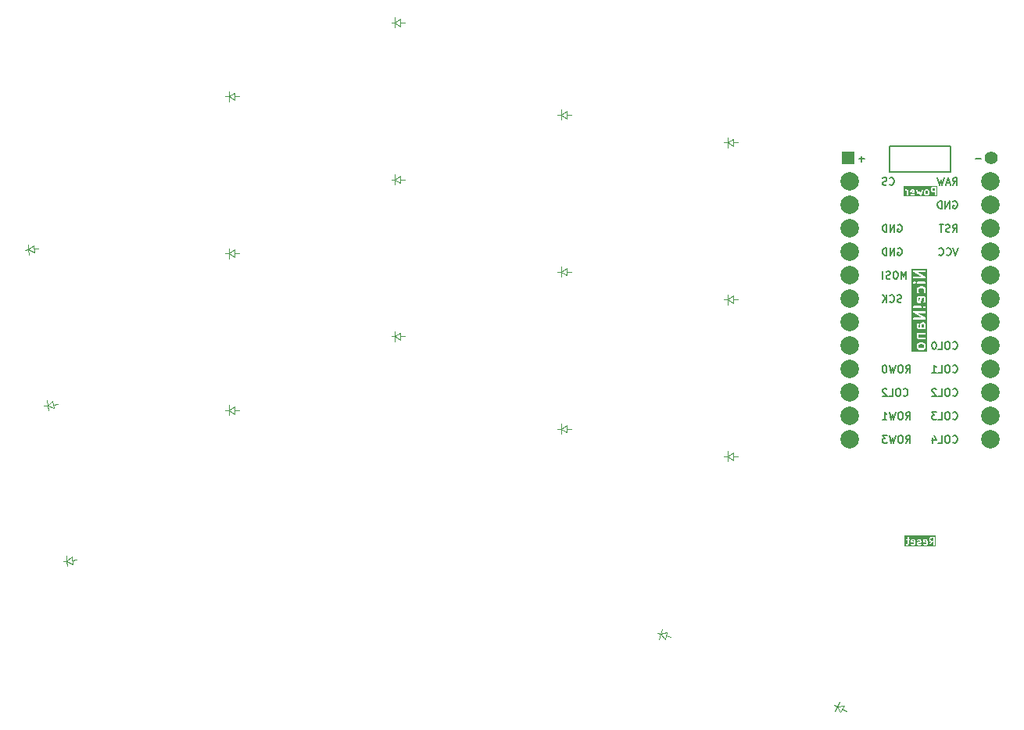
<source format=gbr>
%TF.GenerationSoftware,KiCad,Pcbnew,7.0.11*%
%TF.CreationDate,2024-03-07T19:05:48+13:00*%
%TF.ProjectId,socius-choc-v1,736f6369-7573-42d6-9368-6f632d76312e,v1.0.0*%
%TF.SameCoordinates,Original*%
%TF.FileFunction,Legend,Bot*%
%TF.FilePolarity,Positive*%
%FSLAX46Y46*%
G04 Gerber Fmt 4.6, Leading zero omitted, Abs format (unit mm)*
G04 Created by KiCad (PCBNEW 7.0.11) date 2024-03-07 19:05:48*
%MOMM*%
%LPD*%
G01*
G04 APERTURE LIST*
%ADD10C,0.150000*%
%ADD11C,0.200000*%
%ADD12C,0.100000*%
%ADD13C,2.000000*%
%ADD14R,1.400000X1.400000*%
%ADD15C,1.400000*%
G04 APERTURE END LIST*
D10*
G36*
X251989913Y-162589924D02*
G01*
X252008912Y-162627919D01*
X252008912Y-162671109D01*
X251779322Y-162625191D01*
X251796955Y-162589925D01*
X251834950Y-162570928D01*
X251951920Y-162570928D01*
X251989913Y-162589924D01*
G37*
G36*
X253323246Y-162589924D02*
G01*
X253342245Y-162627919D01*
X253342245Y-162671109D01*
X253112655Y-162625191D01*
X253130288Y-162589925D01*
X253168283Y-162570928D01*
X253285253Y-162570928D01*
X253323246Y-162589924D01*
G37*
G36*
X254104149Y-162573309D02*
G01*
X253892092Y-162573309D01*
X253842624Y-162548575D01*
X253821741Y-162527692D01*
X253797006Y-162478222D01*
X253797006Y-162399348D01*
X253821741Y-162349878D01*
X253842624Y-162328996D01*
X253892092Y-162304262D01*
X254104149Y-162304262D01*
X254104149Y-162573309D01*
G37*
G36*
X254368435Y-163218548D02*
G01*
X250981479Y-163218548D01*
X250981479Y-163016238D01*
X251095765Y-163016238D01*
X251104674Y-163066762D01*
X251143974Y-163099739D01*
X251169626Y-163104262D01*
X251245817Y-163104262D01*
X251250030Y-163102728D01*
X251254391Y-163103770D01*
X251279358Y-163096344D01*
X251355548Y-163058249D01*
X251363267Y-163050095D01*
X251373572Y-163045629D01*
X251389089Y-163024708D01*
X251427184Y-162948517D01*
X251427696Y-162944063D01*
X251430579Y-162940628D01*
X251435102Y-162914976D01*
X251435102Y-162686405D01*
X251627959Y-162686405D01*
X251632197Y-162698049D01*
X251631914Y-162710439D01*
X251640699Y-162721409D01*
X251645506Y-162734614D01*
X251656237Y-162740809D01*
X251663984Y-162750483D01*
X251688250Y-162759949D01*
X252008912Y-162824080D01*
X252008912Y-162897270D01*
X251989914Y-162935265D01*
X251951921Y-162954262D01*
X251834950Y-162954262D01*
X251774595Y-162924085D01*
X251723628Y-162918220D01*
X251680815Y-162946487D01*
X251666189Y-162995661D01*
X251686592Y-163042732D01*
X251707513Y-163058249D01*
X251783704Y-163096344D01*
X251788157Y-163096856D01*
X251791593Y-163099739D01*
X251817245Y-163104262D01*
X251969626Y-163104262D01*
X251973839Y-163102728D01*
X251978200Y-163103770D01*
X252003167Y-163096344D01*
X252079357Y-163058249D01*
X252087077Y-163050094D01*
X252097380Y-163045629D01*
X252112898Y-163024708D01*
X252150994Y-162948518D01*
X252151506Y-162944063D01*
X252154389Y-162940628D01*
X252158912Y-162914976D01*
X252313673Y-162914976D01*
X252315206Y-162919189D01*
X252314165Y-162923551D01*
X252321591Y-162948517D01*
X252359687Y-163024708D01*
X252367840Y-163032427D01*
X252372307Y-163042732D01*
X252393228Y-163058249D01*
X252469418Y-163096344D01*
X252473871Y-163096856D01*
X252477307Y-163099739D01*
X252502959Y-163104262D01*
X252655340Y-163104262D01*
X252659552Y-163102728D01*
X252663914Y-163103771D01*
X252688881Y-163096344D01*
X252765072Y-163058249D01*
X252800344Y-163020995D01*
X252803419Y-162969785D01*
X252772856Y-162928579D01*
X252722957Y-162916658D01*
X252697990Y-162924085D01*
X252637635Y-162954262D01*
X252520664Y-162954262D01*
X252482670Y-162935265D01*
X252463673Y-162897270D01*
X252463673Y-162894586D01*
X252482670Y-162856591D01*
X252520664Y-162837595D01*
X252617245Y-162837595D01*
X252621458Y-162836061D01*
X252625819Y-162837103D01*
X252650786Y-162829677D01*
X252726976Y-162791582D01*
X252734696Y-162783427D01*
X252744999Y-162778962D01*
X252760517Y-162758041D01*
X252796336Y-162686405D01*
X252961292Y-162686405D01*
X252965530Y-162698049D01*
X252965247Y-162710439D01*
X252974032Y-162721409D01*
X252978839Y-162734614D01*
X252989570Y-162740809D01*
X252997317Y-162750483D01*
X253021583Y-162759949D01*
X253342245Y-162824080D01*
X253342245Y-162897270D01*
X253323247Y-162935265D01*
X253285254Y-162954262D01*
X253168283Y-162954262D01*
X253107928Y-162924085D01*
X253056961Y-162918220D01*
X253014148Y-162946487D01*
X252999522Y-162995661D01*
X253019925Y-163042732D01*
X253040846Y-163058249D01*
X253117037Y-163096344D01*
X253121490Y-163096856D01*
X253124926Y-163099739D01*
X253150578Y-163104262D01*
X253302959Y-163104262D01*
X253307172Y-163102728D01*
X253311533Y-163103770D01*
X253336500Y-163096344D01*
X253412690Y-163058249D01*
X253420410Y-163050094D01*
X253430713Y-163045629D01*
X253446231Y-163024708D01*
X253484327Y-162948518D01*
X253484839Y-162944063D01*
X253487722Y-162940628D01*
X253492245Y-162914976D01*
X253492245Y-162610214D01*
X253490711Y-162605999D01*
X253491753Y-162601638D01*
X253484326Y-162576672D01*
X253446231Y-162500482D01*
X253441421Y-162495928D01*
X253647006Y-162495928D01*
X253648539Y-162500141D01*
X253647498Y-162504503D01*
X253654924Y-162529469D01*
X253693020Y-162605660D01*
X253694209Y-162606785D01*
X253707069Y-162625152D01*
X253745164Y-162663247D01*
X253746645Y-162663938D01*
X253764656Y-162677296D01*
X253840846Y-162715391D01*
X253845299Y-162715903D01*
X253848139Y-162718286D01*
X253660564Y-162986252D01*
X253647293Y-163035809D01*
X253668980Y-163082303D01*
X253715480Y-163103978D01*
X253765033Y-163090693D01*
X253783448Y-163072272D01*
X254027722Y-162723309D01*
X254104149Y-162723309D01*
X254104149Y-163029262D01*
X254121696Y-163077471D01*
X254166125Y-163103123D01*
X254216649Y-163094214D01*
X254249626Y-163054914D01*
X254254149Y-163029262D01*
X254254149Y-162229262D01*
X254247485Y-162210953D01*
X254244101Y-162191762D01*
X254238916Y-162187411D01*
X254236602Y-162181053D01*
X254219728Y-162171310D01*
X254204801Y-162158785D01*
X254195058Y-162157067D01*
X254192173Y-162155401D01*
X254188890Y-162155979D01*
X254179149Y-162154262D01*
X253874387Y-162154262D01*
X253870173Y-162155795D01*
X253865813Y-162154754D01*
X253840846Y-162162180D01*
X253764656Y-162200275D01*
X253763530Y-162201464D01*
X253745164Y-162214324D01*
X253707069Y-162252419D01*
X253706376Y-162253903D01*
X253693020Y-162271911D01*
X253654924Y-162348102D01*
X253654411Y-162352555D01*
X253651529Y-162355991D01*
X253647006Y-162381643D01*
X253647006Y-162495928D01*
X253441421Y-162495928D01*
X253438076Y-162492761D01*
X253433611Y-162482460D01*
X253412690Y-162466942D01*
X253336501Y-162428846D01*
X253332046Y-162428333D01*
X253328611Y-162425451D01*
X253302959Y-162420928D01*
X253150578Y-162420928D01*
X253146364Y-162422461D01*
X253142003Y-162421420D01*
X253117036Y-162428846D01*
X253040846Y-162466942D01*
X253033126Y-162475095D01*
X253022822Y-162479562D01*
X253007305Y-162500483D01*
X252969210Y-162576673D01*
X252968697Y-162581126D01*
X252965815Y-162584562D01*
X252961292Y-162610214D01*
X252961292Y-162686405D01*
X252796336Y-162686405D01*
X252798613Y-162681851D01*
X252799125Y-162677396D01*
X252802008Y-162673961D01*
X252806531Y-162648309D01*
X252806531Y-162610214D01*
X252804997Y-162605999D01*
X252806039Y-162601638D01*
X252798612Y-162576672D01*
X252760517Y-162500482D01*
X252752362Y-162492761D01*
X252747897Y-162482460D01*
X252726976Y-162466942D01*
X252650787Y-162428846D01*
X252646332Y-162428333D01*
X252642897Y-162425451D01*
X252617245Y-162420928D01*
X252502959Y-162420928D01*
X252498744Y-162422461D01*
X252494383Y-162421420D01*
X252469417Y-162428847D01*
X252393227Y-162466942D01*
X252357955Y-162504197D01*
X252354881Y-162555407D01*
X252385445Y-162596613D01*
X252435344Y-162608532D01*
X252460311Y-162601106D01*
X252520665Y-162570928D01*
X252599539Y-162570928D01*
X252637532Y-162589924D01*
X252656531Y-162627919D01*
X252656531Y-162630603D01*
X252637533Y-162668598D01*
X252599540Y-162687595D01*
X252502959Y-162687595D01*
X252498745Y-162689128D01*
X252494385Y-162688087D01*
X252469418Y-162695513D01*
X252393228Y-162733608D01*
X252385507Y-162741762D01*
X252375205Y-162746228D01*
X252359687Y-162767149D01*
X252321591Y-162843340D01*
X252321078Y-162847793D01*
X252318196Y-162851229D01*
X252313673Y-162876881D01*
X252313673Y-162914976D01*
X252158912Y-162914976D01*
X252158912Y-162610214D01*
X252157378Y-162605999D01*
X252158420Y-162601638D01*
X252150993Y-162576672D01*
X252112898Y-162500482D01*
X252104743Y-162492761D01*
X252100278Y-162482460D01*
X252079357Y-162466942D01*
X252003168Y-162428846D01*
X251998713Y-162428333D01*
X251995278Y-162425451D01*
X251969626Y-162420928D01*
X251817245Y-162420928D01*
X251813031Y-162422461D01*
X251808670Y-162421420D01*
X251783703Y-162428846D01*
X251707513Y-162466942D01*
X251699793Y-162475095D01*
X251689489Y-162479562D01*
X251673972Y-162500483D01*
X251635877Y-162576673D01*
X251635364Y-162581126D01*
X251632482Y-162584562D01*
X251627959Y-162610214D01*
X251627959Y-162686405D01*
X251435102Y-162686405D01*
X251435102Y-162570928D01*
X251474388Y-162570928D01*
X251522597Y-162553381D01*
X251548249Y-162508952D01*
X251539340Y-162458428D01*
X251500040Y-162425451D01*
X251474388Y-162420928D01*
X251435102Y-162420928D01*
X251435102Y-162229262D01*
X251417555Y-162181053D01*
X251373126Y-162155401D01*
X251322602Y-162164310D01*
X251289625Y-162203610D01*
X251285102Y-162229262D01*
X251285102Y-162420928D01*
X251169626Y-162420928D01*
X251121417Y-162438475D01*
X251095765Y-162482904D01*
X251104674Y-162533428D01*
X251143974Y-162566405D01*
X251169626Y-162570928D01*
X251285102Y-162570928D01*
X251285102Y-162897271D01*
X251266105Y-162935265D01*
X251228112Y-162954262D01*
X251169626Y-162954262D01*
X251121417Y-162971809D01*
X251095765Y-163016238D01*
X250981479Y-163016238D01*
X250981479Y-162039976D01*
X254368435Y-162039976D01*
X254368435Y-163218548D01*
G37*
G36*
X251937783Y-124689924D02*
G01*
X251956782Y-124727919D01*
X251956782Y-124771109D01*
X251727192Y-124725191D01*
X251744825Y-124689925D01*
X251782820Y-124670928D01*
X251899790Y-124670928D01*
X251937783Y-124689924D01*
G37*
G36*
X253473068Y-124695662D02*
G01*
X253493951Y-124716545D01*
X253518687Y-124766014D01*
X253518687Y-124959175D01*
X253493951Y-125008645D01*
X253473068Y-125029528D01*
X253423601Y-125054262D01*
X253344725Y-125054262D01*
X253295256Y-125029528D01*
X253274373Y-125008644D01*
X253249639Y-124959176D01*
X253249639Y-124766014D01*
X253274373Y-124716546D01*
X253295256Y-124695662D01*
X253344725Y-124670928D01*
X253423600Y-124670928D01*
X253473068Y-124695662D01*
G37*
G36*
X254280591Y-124673309D02*
G01*
X254068534Y-124673309D01*
X254019066Y-124648575D01*
X253998183Y-124627692D01*
X253973448Y-124578222D01*
X253973448Y-124499348D01*
X253998183Y-124449878D01*
X254019066Y-124428996D01*
X254068534Y-124404262D01*
X254280591Y-124404262D01*
X254280591Y-124673309D01*
G37*
G36*
X254544877Y-125318548D02*
G01*
X250891254Y-125318548D01*
X250891254Y-124582904D01*
X251005540Y-124582904D01*
X251014449Y-124633428D01*
X251053749Y-124666405D01*
X251079401Y-124670928D01*
X251137886Y-124670928D01*
X251187355Y-124695663D01*
X251208238Y-124716546D01*
X251232972Y-124766014D01*
X251232972Y-125129262D01*
X251250519Y-125177471D01*
X251294948Y-125203123D01*
X251345472Y-125194214D01*
X251378449Y-125154914D01*
X251382972Y-125129262D01*
X251382972Y-124786405D01*
X251575829Y-124786405D01*
X251580067Y-124798049D01*
X251579784Y-124810439D01*
X251588569Y-124821409D01*
X251593376Y-124834614D01*
X251604107Y-124840809D01*
X251611854Y-124850483D01*
X251636120Y-124859949D01*
X251956782Y-124924080D01*
X251956782Y-124997270D01*
X251937784Y-125035265D01*
X251899791Y-125054262D01*
X251782820Y-125054262D01*
X251722465Y-125024085D01*
X251671498Y-125018220D01*
X251628685Y-125046487D01*
X251614059Y-125095661D01*
X251634462Y-125142732D01*
X251655383Y-125158249D01*
X251731574Y-125196344D01*
X251736027Y-125196856D01*
X251739463Y-125199739D01*
X251765115Y-125204262D01*
X251917496Y-125204262D01*
X251921709Y-125202728D01*
X251926070Y-125203770D01*
X251951037Y-125196344D01*
X252027227Y-125158249D01*
X252034947Y-125150094D01*
X252045250Y-125145629D01*
X252060768Y-125124708D01*
X252098864Y-125048518D01*
X252099376Y-125044063D01*
X252102259Y-125040628D01*
X252106782Y-125014976D01*
X252106782Y-124710214D01*
X252105248Y-124705999D01*
X252106290Y-124701638D01*
X252098863Y-124676672D01*
X252060768Y-124600482D01*
X252052613Y-124592761D01*
X252051687Y-124590624D01*
X252223636Y-124590624D01*
X252226334Y-124616532D01*
X252378715Y-125149866D01*
X252379629Y-125151127D01*
X252379581Y-125152685D01*
X252394591Y-125171761D01*
X252408831Y-125191400D01*
X252410341Y-125191778D01*
X252411305Y-125193003D01*
X252435060Y-125197966D01*
X252458597Y-125203859D01*
X252459998Y-125203177D01*
X252461524Y-125203496D01*
X252482912Y-125192028D01*
X252504730Y-125181413D01*
X252505365Y-125179990D01*
X252506738Y-125179254D01*
X252520465Y-125157116D01*
X252603210Y-124950253D01*
X252685955Y-125157116D01*
X252686994Y-125158278D01*
X252687105Y-125159833D01*
X252703980Y-125177275D01*
X252720152Y-125195361D01*
X252721693Y-125195583D01*
X252722777Y-125196703D01*
X252746909Y-125199216D01*
X252770930Y-125202677D01*
X252772254Y-125201855D01*
X252773804Y-125202017D01*
X252793914Y-125188424D01*
X252814531Y-125175641D01*
X252815017Y-125174162D01*
X252816309Y-125173289D01*
X252827705Y-125149866D01*
X252877129Y-124976881D01*
X253099639Y-124976881D01*
X253101172Y-124981094D01*
X253100131Y-124985455D01*
X253107557Y-125010422D01*
X253145652Y-125086612D01*
X253146840Y-125087737D01*
X253159700Y-125106103D01*
X253197795Y-125144199D01*
X253199276Y-125144889D01*
X253217288Y-125158249D01*
X253293479Y-125196344D01*
X253297932Y-125196856D01*
X253301368Y-125199739D01*
X253327020Y-125204262D01*
X253441306Y-125204262D01*
X253445519Y-125202728D01*
X253449880Y-125203770D01*
X253474847Y-125196344D01*
X253551037Y-125158249D01*
X253552161Y-125157061D01*
X253570530Y-125144199D01*
X253608625Y-125106103D01*
X253609316Y-125104619D01*
X253622673Y-125086613D01*
X253660768Y-125010423D01*
X253661280Y-125005969D01*
X253664164Y-125002533D01*
X253668687Y-124976881D01*
X253668687Y-124748309D01*
X253667153Y-124744094D01*
X253668195Y-124739733D01*
X253660768Y-124714767D01*
X253622673Y-124638577D01*
X253621481Y-124637449D01*
X253608624Y-124619086D01*
X253585466Y-124595928D01*
X253823448Y-124595928D01*
X253824981Y-124600141D01*
X253823940Y-124604503D01*
X253831366Y-124629469D01*
X253869462Y-124705660D01*
X253870651Y-124706785D01*
X253883511Y-124725152D01*
X253921606Y-124763247D01*
X253923087Y-124763938D01*
X253941098Y-124777296D01*
X254017288Y-124815391D01*
X254021741Y-124815903D01*
X254025177Y-124818786D01*
X254050829Y-124823309D01*
X254280591Y-124823309D01*
X254280591Y-125129262D01*
X254298138Y-125177471D01*
X254342567Y-125203123D01*
X254393091Y-125194214D01*
X254426068Y-125154914D01*
X254430591Y-125129262D01*
X254430591Y-124329262D01*
X254423927Y-124310953D01*
X254420543Y-124291762D01*
X254415358Y-124287411D01*
X254413044Y-124281053D01*
X254396170Y-124271310D01*
X254381243Y-124258785D01*
X254371500Y-124257067D01*
X254368615Y-124255401D01*
X254365332Y-124255979D01*
X254355591Y-124254262D01*
X254050829Y-124254262D01*
X254046615Y-124255795D01*
X254042255Y-124254754D01*
X254017288Y-124262180D01*
X253941098Y-124300275D01*
X253939972Y-124301464D01*
X253921606Y-124314324D01*
X253883511Y-124352419D01*
X253882818Y-124353903D01*
X253869462Y-124371911D01*
X253831366Y-124448102D01*
X253830853Y-124452555D01*
X253827971Y-124455991D01*
X253823448Y-124481643D01*
X253823448Y-124595928D01*
X253585466Y-124595928D01*
X253570529Y-124580991D01*
X253569044Y-124580298D01*
X253551037Y-124566942D01*
X253474848Y-124528846D01*
X253470393Y-124528333D01*
X253466958Y-124525451D01*
X253441306Y-124520928D01*
X253327020Y-124520928D01*
X253322806Y-124522461D01*
X253318445Y-124521420D01*
X253293478Y-124528846D01*
X253217288Y-124566942D01*
X253216162Y-124568131D01*
X253197796Y-124580991D01*
X253159701Y-124619086D01*
X253159010Y-124620567D01*
X253145652Y-124638578D01*
X253107557Y-124714768D01*
X253107044Y-124719221D01*
X253104162Y-124722657D01*
X253099639Y-124748309D01*
X253099639Y-124976881D01*
X252877129Y-124976881D01*
X252980086Y-124616532D01*
X252976459Y-124565357D01*
X252940786Y-124528487D01*
X252889759Y-124523173D01*
X252847254Y-124551901D01*
X252835858Y-124575324D01*
X252743747Y-124897709D01*
X252672846Y-124720455D01*
X252657232Y-124702994D01*
X252642734Y-124684568D01*
X252640302Y-124684059D01*
X252638649Y-124682211D01*
X252615464Y-124678870D01*
X252592515Y-124674075D01*
X252590327Y-124675247D01*
X252587871Y-124674894D01*
X252567959Y-124687240D01*
X252547301Y-124698317D01*
X252545554Y-124701133D01*
X252544270Y-124701930D01*
X252543377Y-124704644D01*
X252533574Y-124720455D01*
X252462672Y-124897709D01*
X252370562Y-124575324D01*
X252340446Y-124533790D01*
X252290680Y-124521331D01*
X252244547Y-124543777D01*
X252223636Y-124590624D01*
X252051687Y-124590624D01*
X252048148Y-124582460D01*
X252027227Y-124566942D01*
X251951038Y-124528846D01*
X251946583Y-124528333D01*
X251943148Y-124525451D01*
X251917496Y-124520928D01*
X251765115Y-124520928D01*
X251760901Y-124522461D01*
X251756540Y-124521420D01*
X251731573Y-124528846D01*
X251655383Y-124566942D01*
X251647663Y-124575095D01*
X251637359Y-124579562D01*
X251621842Y-124600483D01*
X251583747Y-124676673D01*
X251583234Y-124681126D01*
X251580352Y-124684562D01*
X251575829Y-124710214D01*
X251575829Y-124786405D01*
X251382972Y-124786405D01*
X251382972Y-124595928D01*
X251365425Y-124547719D01*
X251320996Y-124522067D01*
X251270472Y-124530976D01*
X251247690Y-124558125D01*
X251189132Y-124528846D01*
X251184678Y-124528333D01*
X251181243Y-124525451D01*
X251155591Y-124520928D01*
X251079401Y-124520928D01*
X251031192Y-124538475D01*
X251005540Y-124582904D01*
X250891254Y-124582904D01*
X250891254Y-124139976D01*
X254544877Y-124139976D01*
X254544877Y-125318548D01*
G37*
G36*
X251937783Y-124689924D02*
G01*
X251956782Y-124727919D01*
X251956782Y-124771109D01*
X251727192Y-124725191D01*
X251744825Y-124689925D01*
X251782820Y-124670928D01*
X251899790Y-124670928D01*
X251937783Y-124689924D01*
G37*
G36*
X253473068Y-124695662D02*
G01*
X253493951Y-124716545D01*
X253518687Y-124766014D01*
X253518687Y-124959175D01*
X253493951Y-125008645D01*
X253473068Y-125029528D01*
X253423601Y-125054262D01*
X253344725Y-125054262D01*
X253295256Y-125029528D01*
X253274373Y-125008644D01*
X253249639Y-124959176D01*
X253249639Y-124766014D01*
X253274373Y-124716546D01*
X253295256Y-124695662D01*
X253344725Y-124670928D01*
X253423600Y-124670928D01*
X253473068Y-124695662D01*
G37*
G36*
X254280591Y-124673309D02*
G01*
X254068534Y-124673309D01*
X254019066Y-124648575D01*
X253998183Y-124627692D01*
X253973448Y-124578222D01*
X253973448Y-124499348D01*
X253998183Y-124449878D01*
X254019066Y-124428996D01*
X254068534Y-124404262D01*
X254280591Y-124404262D01*
X254280591Y-124673309D01*
G37*
G36*
X254544877Y-125318548D02*
G01*
X250891254Y-125318548D01*
X250891254Y-124582904D01*
X251005540Y-124582904D01*
X251014449Y-124633428D01*
X251053749Y-124666405D01*
X251079401Y-124670928D01*
X251137886Y-124670928D01*
X251187355Y-124695663D01*
X251208238Y-124716546D01*
X251232972Y-124766014D01*
X251232972Y-125129262D01*
X251250519Y-125177471D01*
X251294948Y-125203123D01*
X251345472Y-125194214D01*
X251378449Y-125154914D01*
X251382972Y-125129262D01*
X251382972Y-124786405D01*
X251575829Y-124786405D01*
X251580067Y-124798049D01*
X251579784Y-124810439D01*
X251588569Y-124821409D01*
X251593376Y-124834614D01*
X251604107Y-124840809D01*
X251611854Y-124850483D01*
X251636120Y-124859949D01*
X251956782Y-124924080D01*
X251956782Y-124997270D01*
X251937784Y-125035265D01*
X251899791Y-125054262D01*
X251782820Y-125054262D01*
X251722465Y-125024085D01*
X251671498Y-125018220D01*
X251628685Y-125046487D01*
X251614059Y-125095661D01*
X251634462Y-125142732D01*
X251655383Y-125158249D01*
X251731574Y-125196344D01*
X251736027Y-125196856D01*
X251739463Y-125199739D01*
X251765115Y-125204262D01*
X251917496Y-125204262D01*
X251921709Y-125202728D01*
X251926070Y-125203770D01*
X251951037Y-125196344D01*
X252027227Y-125158249D01*
X252034947Y-125150094D01*
X252045250Y-125145629D01*
X252060768Y-125124708D01*
X252098864Y-125048518D01*
X252099376Y-125044063D01*
X252102259Y-125040628D01*
X252106782Y-125014976D01*
X252106782Y-124710214D01*
X252105248Y-124705999D01*
X252106290Y-124701638D01*
X252098863Y-124676672D01*
X252060768Y-124600482D01*
X252052613Y-124592761D01*
X252051687Y-124590624D01*
X252223636Y-124590624D01*
X252226334Y-124616532D01*
X252378715Y-125149866D01*
X252379629Y-125151127D01*
X252379581Y-125152685D01*
X252394591Y-125171761D01*
X252408831Y-125191400D01*
X252410341Y-125191778D01*
X252411305Y-125193003D01*
X252435060Y-125197966D01*
X252458597Y-125203859D01*
X252459998Y-125203177D01*
X252461524Y-125203496D01*
X252482912Y-125192028D01*
X252504730Y-125181413D01*
X252505365Y-125179990D01*
X252506738Y-125179254D01*
X252520465Y-125157116D01*
X252603210Y-124950253D01*
X252685955Y-125157116D01*
X252686994Y-125158278D01*
X252687105Y-125159833D01*
X252703980Y-125177275D01*
X252720152Y-125195361D01*
X252721693Y-125195583D01*
X252722777Y-125196703D01*
X252746909Y-125199216D01*
X252770930Y-125202677D01*
X252772254Y-125201855D01*
X252773804Y-125202017D01*
X252793914Y-125188424D01*
X252814531Y-125175641D01*
X252815017Y-125174162D01*
X252816309Y-125173289D01*
X252827705Y-125149866D01*
X252877129Y-124976881D01*
X253099639Y-124976881D01*
X253101172Y-124981094D01*
X253100131Y-124985455D01*
X253107557Y-125010422D01*
X253145652Y-125086612D01*
X253146840Y-125087737D01*
X253159700Y-125106103D01*
X253197795Y-125144199D01*
X253199276Y-125144889D01*
X253217288Y-125158249D01*
X253293479Y-125196344D01*
X253297932Y-125196856D01*
X253301368Y-125199739D01*
X253327020Y-125204262D01*
X253441306Y-125204262D01*
X253445519Y-125202728D01*
X253449880Y-125203770D01*
X253474847Y-125196344D01*
X253551037Y-125158249D01*
X253552161Y-125157061D01*
X253570530Y-125144199D01*
X253608625Y-125106103D01*
X253609316Y-125104619D01*
X253622673Y-125086613D01*
X253660768Y-125010423D01*
X253661280Y-125005969D01*
X253664164Y-125002533D01*
X253668687Y-124976881D01*
X253668687Y-124748309D01*
X253667153Y-124744094D01*
X253668195Y-124739733D01*
X253660768Y-124714767D01*
X253622673Y-124638577D01*
X253621481Y-124637449D01*
X253608624Y-124619086D01*
X253585466Y-124595928D01*
X253823448Y-124595928D01*
X253824981Y-124600141D01*
X253823940Y-124604503D01*
X253831366Y-124629469D01*
X253869462Y-124705660D01*
X253870651Y-124706785D01*
X253883511Y-124725152D01*
X253921606Y-124763247D01*
X253923087Y-124763938D01*
X253941098Y-124777296D01*
X254017288Y-124815391D01*
X254021741Y-124815903D01*
X254025177Y-124818786D01*
X254050829Y-124823309D01*
X254280591Y-124823309D01*
X254280591Y-125129262D01*
X254298138Y-125177471D01*
X254342567Y-125203123D01*
X254393091Y-125194214D01*
X254426068Y-125154914D01*
X254430591Y-125129262D01*
X254430591Y-124329262D01*
X254423927Y-124310953D01*
X254420543Y-124291762D01*
X254415358Y-124287411D01*
X254413044Y-124281053D01*
X254396170Y-124271310D01*
X254381243Y-124258785D01*
X254371500Y-124257067D01*
X254368615Y-124255401D01*
X254365332Y-124255979D01*
X254355591Y-124254262D01*
X254050829Y-124254262D01*
X254046615Y-124255795D01*
X254042255Y-124254754D01*
X254017288Y-124262180D01*
X253941098Y-124300275D01*
X253939972Y-124301464D01*
X253921606Y-124314324D01*
X253883511Y-124352419D01*
X253882818Y-124353903D01*
X253869462Y-124371911D01*
X253831366Y-124448102D01*
X253830853Y-124452555D01*
X253827971Y-124455991D01*
X253823448Y-124481643D01*
X253823448Y-124595928D01*
X253585466Y-124595928D01*
X253570529Y-124580991D01*
X253569044Y-124580298D01*
X253551037Y-124566942D01*
X253474848Y-124528846D01*
X253470393Y-124528333D01*
X253466958Y-124525451D01*
X253441306Y-124520928D01*
X253327020Y-124520928D01*
X253322806Y-124522461D01*
X253318445Y-124521420D01*
X253293478Y-124528846D01*
X253217288Y-124566942D01*
X253216162Y-124568131D01*
X253197796Y-124580991D01*
X253159701Y-124619086D01*
X253159010Y-124620567D01*
X253145652Y-124638578D01*
X253107557Y-124714768D01*
X253107044Y-124719221D01*
X253104162Y-124722657D01*
X253099639Y-124748309D01*
X253099639Y-124976881D01*
X252877129Y-124976881D01*
X252980086Y-124616532D01*
X252976459Y-124565357D01*
X252940786Y-124528487D01*
X252889759Y-124523173D01*
X252847254Y-124551901D01*
X252835858Y-124575324D01*
X252743747Y-124897709D01*
X252672846Y-124720455D01*
X252657232Y-124702994D01*
X252642734Y-124684568D01*
X252640302Y-124684059D01*
X252638649Y-124682211D01*
X252615464Y-124678870D01*
X252592515Y-124674075D01*
X252590327Y-124675247D01*
X252587871Y-124674894D01*
X252567959Y-124687240D01*
X252547301Y-124698317D01*
X252545554Y-124701133D01*
X252544270Y-124701930D01*
X252543377Y-124704644D01*
X252533574Y-124720455D01*
X252462672Y-124897709D01*
X252370562Y-124575324D01*
X252340446Y-124533790D01*
X252290680Y-124521331D01*
X252244547Y-124543777D01*
X252223636Y-124590624D01*
X252051687Y-124590624D01*
X252048148Y-124582460D01*
X252027227Y-124566942D01*
X251951038Y-124528846D01*
X251946583Y-124528333D01*
X251943148Y-124525451D01*
X251917496Y-124520928D01*
X251765115Y-124520928D01*
X251760901Y-124522461D01*
X251756540Y-124521420D01*
X251731573Y-124528846D01*
X251655383Y-124566942D01*
X251647663Y-124575095D01*
X251637359Y-124579562D01*
X251621842Y-124600483D01*
X251583747Y-124676673D01*
X251583234Y-124681126D01*
X251580352Y-124684562D01*
X251575829Y-124710214D01*
X251575829Y-124786405D01*
X251382972Y-124786405D01*
X251382972Y-124595928D01*
X251365425Y-124547719D01*
X251320996Y-124522067D01*
X251270472Y-124530976D01*
X251247690Y-124558125D01*
X251189132Y-124528846D01*
X251184678Y-124528333D01*
X251181243Y-124525451D01*
X251155591Y-124520928D01*
X251079401Y-124520928D01*
X251031192Y-124538475D01*
X251005540Y-124582904D01*
X250891254Y-124582904D01*
X250891254Y-124139976D01*
X254544877Y-124139976D01*
X254544877Y-125318548D01*
G37*
X250652960Y-136721167D02*
X250538674Y-136759262D01*
X250538674Y-136759262D02*
X250348198Y-136759262D01*
X250348198Y-136759262D02*
X250272007Y-136721167D01*
X250272007Y-136721167D02*
X250233912Y-136683071D01*
X250233912Y-136683071D02*
X250195817Y-136606881D01*
X250195817Y-136606881D02*
X250195817Y-136530690D01*
X250195817Y-136530690D02*
X250233912Y-136454500D01*
X250233912Y-136454500D02*
X250272007Y-136416405D01*
X250272007Y-136416405D02*
X250348198Y-136378309D01*
X250348198Y-136378309D02*
X250500579Y-136340214D01*
X250500579Y-136340214D02*
X250576769Y-136302119D01*
X250576769Y-136302119D02*
X250614864Y-136264024D01*
X250614864Y-136264024D02*
X250652960Y-136187833D01*
X250652960Y-136187833D02*
X250652960Y-136111643D01*
X250652960Y-136111643D02*
X250614864Y-136035452D01*
X250614864Y-136035452D02*
X250576769Y-135997357D01*
X250576769Y-135997357D02*
X250500579Y-135959262D01*
X250500579Y-135959262D02*
X250310102Y-135959262D01*
X250310102Y-135959262D02*
X250195817Y-135997357D01*
X249395816Y-136683071D02*
X249433912Y-136721167D01*
X249433912Y-136721167D02*
X249548197Y-136759262D01*
X249548197Y-136759262D02*
X249624388Y-136759262D01*
X249624388Y-136759262D02*
X249738674Y-136721167D01*
X249738674Y-136721167D02*
X249814864Y-136644976D01*
X249814864Y-136644976D02*
X249852959Y-136568786D01*
X249852959Y-136568786D02*
X249891055Y-136416405D01*
X249891055Y-136416405D02*
X249891055Y-136302119D01*
X249891055Y-136302119D02*
X249852959Y-136149738D01*
X249852959Y-136149738D02*
X249814864Y-136073547D01*
X249814864Y-136073547D02*
X249738674Y-135997357D01*
X249738674Y-135997357D02*
X249624388Y-135959262D01*
X249624388Y-135959262D02*
X249548197Y-135959262D01*
X249548197Y-135959262D02*
X249433912Y-135997357D01*
X249433912Y-135997357D02*
X249395816Y-136035452D01*
X249052959Y-136759262D02*
X249052959Y-135959262D01*
X248595816Y-136759262D02*
X248938674Y-136302119D01*
X248595816Y-135959262D02*
X249052959Y-136416405D01*
X250272007Y-130917357D02*
X250348197Y-130879262D01*
X250348197Y-130879262D02*
X250462483Y-130879262D01*
X250462483Y-130879262D02*
X250576769Y-130917357D01*
X250576769Y-130917357D02*
X250652959Y-130993547D01*
X250652959Y-130993547D02*
X250691054Y-131069738D01*
X250691054Y-131069738D02*
X250729150Y-131222119D01*
X250729150Y-131222119D02*
X250729150Y-131336405D01*
X250729150Y-131336405D02*
X250691054Y-131488786D01*
X250691054Y-131488786D02*
X250652959Y-131564976D01*
X250652959Y-131564976D02*
X250576769Y-131641167D01*
X250576769Y-131641167D02*
X250462483Y-131679262D01*
X250462483Y-131679262D02*
X250386292Y-131679262D01*
X250386292Y-131679262D02*
X250272007Y-131641167D01*
X250272007Y-131641167D02*
X250233911Y-131603071D01*
X250233911Y-131603071D02*
X250233911Y-131336405D01*
X250233911Y-131336405D02*
X250386292Y-131336405D01*
X249891054Y-131679262D02*
X249891054Y-130879262D01*
X249891054Y-130879262D02*
X249433911Y-131679262D01*
X249433911Y-131679262D02*
X249433911Y-130879262D01*
X249052959Y-131679262D02*
X249052959Y-130879262D01*
X249052959Y-130879262D02*
X248862483Y-130879262D01*
X248862483Y-130879262D02*
X248748197Y-130917357D01*
X248748197Y-130917357D02*
X248672007Y-130993547D01*
X248672007Y-130993547D02*
X248633912Y-131069738D01*
X248633912Y-131069738D02*
X248595816Y-131222119D01*
X248595816Y-131222119D02*
X248595816Y-131336405D01*
X248595816Y-131336405D02*
X248633912Y-131488786D01*
X248633912Y-131488786D02*
X248672007Y-131564976D01*
X248672007Y-131564976D02*
X248748197Y-131641167D01*
X248748197Y-131641167D02*
X248862483Y-131679262D01*
X248862483Y-131679262D02*
X249052959Y-131679262D01*
X256198448Y-144303071D02*
X256236544Y-144341167D01*
X256236544Y-144341167D02*
X256350829Y-144379262D01*
X256350829Y-144379262D02*
X256427020Y-144379262D01*
X256427020Y-144379262D02*
X256541306Y-144341167D01*
X256541306Y-144341167D02*
X256617496Y-144264976D01*
X256617496Y-144264976D02*
X256655591Y-144188786D01*
X256655591Y-144188786D02*
X256693687Y-144036405D01*
X256693687Y-144036405D02*
X256693687Y-143922119D01*
X256693687Y-143922119D02*
X256655591Y-143769738D01*
X256655591Y-143769738D02*
X256617496Y-143693547D01*
X256617496Y-143693547D02*
X256541306Y-143617357D01*
X256541306Y-143617357D02*
X256427020Y-143579262D01*
X256427020Y-143579262D02*
X256350829Y-143579262D01*
X256350829Y-143579262D02*
X256236544Y-143617357D01*
X256236544Y-143617357D02*
X256198448Y-143655452D01*
X255703210Y-143579262D02*
X255550829Y-143579262D01*
X255550829Y-143579262D02*
X255474639Y-143617357D01*
X255474639Y-143617357D02*
X255398448Y-143693547D01*
X255398448Y-143693547D02*
X255360353Y-143845928D01*
X255360353Y-143845928D02*
X255360353Y-144112595D01*
X255360353Y-144112595D02*
X255398448Y-144264976D01*
X255398448Y-144264976D02*
X255474639Y-144341167D01*
X255474639Y-144341167D02*
X255550829Y-144379262D01*
X255550829Y-144379262D02*
X255703210Y-144379262D01*
X255703210Y-144379262D02*
X255779401Y-144341167D01*
X255779401Y-144341167D02*
X255855591Y-144264976D01*
X255855591Y-144264976D02*
X255893687Y-144112595D01*
X255893687Y-144112595D02*
X255893687Y-143845928D01*
X255893687Y-143845928D02*
X255855591Y-143693547D01*
X255855591Y-143693547D02*
X255779401Y-143617357D01*
X255779401Y-143617357D02*
X255703210Y-143579262D01*
X254636544Y-144379262D02*
X255017496Y-144379262D01*
X255017496Y-144379262D02*
X255017496Y-143579262D01*
X253950830Y-144379262D02*
X254407973Y-144379262D01*
X254179401Y-144379262D02*
X254179401Y-143579262D01*
X254179401Y-143579262D02*
X254255592Y-143693547D01*
X254255592Y-143693547D02*
X254331782Y-143769738D01*
X254331782Y-143769738D02*
X254407973Y-143807833D01*
X256198448Y-124059262D02*
X256465115Y-123678309D01*
X256655591Y-124059262D02*
X256655591Y-123259262D01*
X256655591Y-123259262D02*
X256350829Y-123259262D01*
X256350829Y-123259262D02*
X256274639Y-123297357D01*
X256274639Y-123297357D02*
X256236544Y-123335452D01*
X256236544Y-123335452D02*
X256198448Y-123411643D01*
X256198448Y-123411643D02*
X256198448Y-123525928D01*
X256198448Y-123525928D02*
X256236544Y-123602119D01*
X256236544Y-123602119D02*
X256274639Y-123640214D01*
X256274639Y-123640214D02*
X256350829Y-123678309D01*
X256350829Y-123678309D02*
X256655591Y-123678309D01*
X255893687Y-123830690D02*
X255512734Y-123830690D01*
X255969877Y-124059262D02*
X255703210Y-123259262D01*
X255703210Y-123259262D02*
X255436544Y-124059262D01*
X255246068Y-123259262D02*
X255055592Y-124059262D01*
X255055592Y-124059262D02*
X254903211Y-123487833D01*
X254903211Y-123487833D02*
X254750830Y-124059262D01*
X254750830Y-124059262D02*
X254560354Y-123259262D01*
X256198448Y-149383071D02*
X256236544Y-149421167D01*
X256236544Y-149421167D02*
X256350829Y-149459262D01*
X256350829Y-149459262D02*
X256427020Y-149459262D01*
X256427020Y-149459262D02*
X256541306Y-149421167D01*
X256541306Y-149421167D02*
X256617496Y-149344976D01*
X256617496Y-149344976D02*
X256655591Y-149268786D01*
X256655591Y-149268786D02*
X256693687Y-149116405D01*
X256693687Y-149116405D02*
X256693687Y-149002119D01*
X256693687Y-149002119D02*
X256655591Y-148849738D01*
X256655591Y-148849738D02*
X256617496Y-148773547D01*
X256617496Y-148773547D02*
X256541306Y-148697357D01*
X256541306Y-148697357D02*
X256427020Y-148659262D01*
X256427020Y-148659262D02*
X256350829Y-148659262D01*
X256350829Y-148659262D02*
X256236544Y-148697357D01*
X256236544Y-148697357D02*
X256198448Y-148735452D01*
X255703210Y-148659262D02*
X255550829Y-148659262D01*
X255550829Y-148659262D02*
X255474639Y-148697357D01*
X255474639Y-148697357D02*
X255398448Y-148773547D01*
X255398448Y-148773547D02*
X255360353Y-148925928D01*
X255360353Y-148925928D02*
X255360353Y-149192595D01*
X255360353Y-149192595D02*
X255398448Y-149344976D01*
X255398448Y-149344976D02*
X255474639Y-149421167D01*
X255474639Y-149421167D02*
X255550829Y-149459262D01*
X255550829Y-149459262D02*
X255703210Y-149459262D01*
X255703210Y-149459262D02*
X255779401Y-149421167D01*
X255779401Y-149421167D02*
X255855591Y-149344976D01*
X255855591Y-149344976D02*
X255893687Y-149192595D01*
X255893687Y-149192595D02*
X255893687Y-148925928D01*
X255893687Y-148925928D02*
X255855591Y-148773547D01*
X255855591Y-148773547D02*
X255779401Y-148697357D01*
X255779401Y-148697357D02*
X255703210Y-148659262D01*
X254636544Y-149459262D02*
X255017496Y-149459262D01*
X255017496Y-149459262D02*
X255017496Y-148659262D01*
X254446068Y-148659262D02*
X253950830Y-148659262D01*
X253950830Y-148659262D02*
X254217496Y-148964024D01*
X254217496Y-148964024D02*
X254103211Y-148964024D01*
X254103211Y-148964024D02*
X254027020Y-149002119D01*
X254027020Y-149002119D02*
X253988925Y-149040214D01*
X253988925Y-149040214D02*
X253950830Y-149116405D01*
X253950830Y-149116405D02*
X253950830Y-149306881D01*
X253950830Y-149306881D02*
X253988925Y-149383071D01*
X253988925Y-149383071D02*
X254027020Y-149421167D01*
X254027020Y-149421167D02*
X254103211Y-149459262D01*
X254103211Y-149459262D02*
X254331782Y-149459262D01*
X254331782Y-149459262D02*
X254407973Y-149421167D01*
X254407973Y-149421167D02*
X254446068Y-149383071D01*
X250843435Y-146843071D02*
X250881531Y-146881167D01*
X250881531Y-146881167D02*
X250995816Y-146919262D01*
X250995816Y-146919262D02*
X251072007Y-146919262D01*
X251072007Y-146919262D02*
X251186293Y-146881167D01*
X251186293Y-146881167D02*
X251262483Y-146804976D01*
X251262483Y-146804976D02*
X251300578Y-146728786D01*
X251300578Y-146728786D02*
X251338674Y-146576405D01*
X251338674Y-146576405D02*
X251338674Y-146462119D01*
X251338674Y-146462119D02*
X251300578Y-146309738D01*
X251300578Y-146309738D02*
X251262483Y-146233547D01*
X251262483Y-146233547D02*
X251186293Y-146157357D01*
X251186293Y-146157357D02*
X251072007Y-146119262D01*
X251072007Y-146119262D02*
X250995816Y-146119262D01*
X250995816Y-146119262D02*
X250881531Y-146157357D01*
X250881531Y-146157357D02*
X250843435Y-146195452D01*
X250348197Y-146119262D02*
X250195816Y-146119262D01*
X250195816Y-146119262D02*
X250119626Y-146157357D01*
X250119626Y-146157357D02*
X250043435Y-146233547D01*
X250043435Y-146233547D02*
X250005340Y-146385928D01*
X250005340Y-146385928D02*
X250005340Y-146652595D01*
X250005340Y-146652595D02*
X250043435Y-146804976D01*
X250043435Y-146804976D02*
X250119626Y-146881167D01*
X250119626Y-146881167D02*
X250195816Y-146919262D01*
X250195816Y-146919262D02*
X250348197Y-146919262D01*
X250348197Y-146919262D02*
X250424388Y-146881167D01*
X250424388Y-146881167D02*
X250500578Y-146804976D01*
X250500578Y-146804976D02*
X250538674Y-146652595D01*
X250538674Y-146652595D02*
X250538674Y-146385928D01*
X250538674Y-146385928D02*
X250500578Y-146233547D01*
X250500578Y-146233547D02*
X250424388Y-146157357D01*
X250424388Y-146157357D02*
X250348197Y-146119262D01*
X249281531Y-146919262D02*
X249662483Y-146919262D01*
X249662483Y-146919262D02*
X249662483Y-146119262D01*
X249052960Y-146195452D02*
X249014864Y-146157357D01*
X249014864Y-146157357D02*
X248938674Y-146119262D01*
X248938674Y-146119262D02*
X248748198Y-146119262D01*
X248748198Y-146119262D02*
X248672007Y-146157357D01*
X248672007Y-146157357D02*
X248633912Y-146195452D01*
X248633912Y-146195452D02*
X248595817Y-146271643D01*
X248595817Y-146271643D02*
X248595817Y-146347833D01*
X248595817Y-146347833D02*
X248633912Y-146462119D01*
X248633912Y-146462119D02*
X249091055Y-146919262D01*
X249091055Y-146919262D02*
X248595817Y-146919262D01*
X256198448Y-141763071D02*
X256236544Y-141801167D01*
X256236544Y-141801167D02*
X256350829Y-141839262D01*
X256350829Y-141839262D02*
X256427020Y-141839262D01*
X256427020Y-141839262D02*
X256541306Y-141801167D01*
X256541306Y-141801167D02*
X256617496Y-141724976D01*
X256617496Y-141724976D02*
X256655591Y-141648786D01*
X256655591Y-141648786D02*
X256693687Y-141496405D01*
X256693687Y-141496405D02*
X256693687Y-141382119D01*
X256693687Y-141382119D02*
X256655591Y-141229738D01*
X256655591Y-141229738D02*
X256617496Y-141153547D01*
X256617496Y-141153547D02*
X256541306Y-141077357D01*
X256541306Y-141077357D02*
X256427020Y-141039262D01*
X256427020Y-141039262D02*
X256350829Y-141039262D01*
X256350829Y-141039262D02*
X256236544Y-141077357D01*
X256236544Y-141077357D02*
X256198448Y-141115452D01*
X255703210Y-141039262D02*
X255550829Y-141039262D01*
X255550829Y-141039262D02*
X255474639Y-141077357D01*
X255474639Y-141077357D02*
X255398448Y-141153547D01*
X255398448Y-141153547D02*
X255360353Y-141305928D01*
X255360353Y-141305928D02*
X255360353Y-141572595D01*
X255360353Y-141572595D02*
X255398448Y-141724976D01*
X255398448Y-141724976D02*
X255474639Y-141801167D01*
X255474639Y-141801167D02*
X255550829Y-141839262D01*
X255550829Y-141839262D02*
X255703210Y-141839262D01*
X255703210Y-141839262D02*
X255779401Y-141801167D01*
X255779401Y-141801167D02*
X255855591Y-141724976D01*
X255855591Y-141724976D02*
X255893687Y-141572595D01*
X255893687Y-141572595D02*
X255893687Y-141305928D01*
X255893687Y-141305928D02*
X255855591Y-141153547D01*
X255855591Y-141153547D02*
X255779401Y-141077357D01*
X255779401Y-141077357D02*
X255703210Y-141039262D01*
X254636544Y-141839262D02*
X255017496Y-141839262D01*
X255017496Y-141839262D02*
X255017496Y-141039262D01*
X254217496Y-141039262D02*
X254141306Y-141039262D01*
X254141306Y-141039262D02*
X254065115Y-141077357D01*
X254065115Y-141077357D02*
X254027020Y-141115452D01*
X254027020Y-141115452D02*
X253988925Y-141191643D01*
X253988925Y-141191643D02*
X253950830Y-141344024D01*
X253950830Y-141344024D02*
X253950830Y-141534500D01*
X253950830Y-141534500D02*
X253988925Y-141686881D01*
X253988925Y-141686881D02*
X254027020Y-141763071D01*
X254027020Y-141763071D02*
X254065115Y-141801167D01*
X254065115Y-141801167D02*
X254141306Y-141839262D01*
X254141306Y-141839262D02*
X254217496Y-141839262D01*
X254217496Y-141839262D02*
X254293687Y-141801167D01*
X254293687Y-141801167D02*
X254331782Y-141763071D01*
X254331782Y-141763071D02*
X254369877Y-141686881D01*
X254369877Y-141686881D02*
X254407973Y-141534500D01*
X254407973Y-141534500D02*
X254407973Y-141344024D01*
X254407973Y-141344024D02*
X254369877Y-141191643D01*
X254369877Y-141191643D02*
X254331782Y-141115452D01*
X254331782Y-141115452D02*
X254293687Y-141077357D01*
X254293687Y-141077357D02*
X254217496Y-141039262D01*
X251110102Y-151999262D02*
X251376769Y-151618309D01*
X251567245Y-151999262D02*
X251567245Y-151199262D01*
X251567245Y-151199262D02*
X251262483Y-151199262D01*
X251262483Y-151199262D02*
X251186293Y-151237357D01*
X251186293Y-151237357D02*
X251148198Y-151275452D01*
X251148198Y-151275452D02*
X251110102Y-151351643D01*
X251110102Y-151351643D02*
X251110102Y-151465928D01*
X251110102Y-151465928D02*
X251148198Y-151542119D01*
X251148198Y-151542119D02*
X251186293Y-151580214D01*
X251186293Y-151580214D02*
X251262483Y-151618309D01*
X251262483Y-151618309D02*
X251567245Y-151618309D01*
X250614864Y-151199262D02*
X250462483Y-151199262D01*
X250462483Y-151199262D02*
X250386293Y-151237357D01*
X250386293Y-151237357D02*
X250310102Y-151313547D01*
X250310102Y-151313547D02*
X250272007Y-151465928D01*
X250272007Y-151465928D02*
X250272007Y-151732595D01*
X250272007Y-151732595D02*
X250310102Y-151884976D01*
X250310102Y-151884976D02*
X250386293Y-151961167D01*
X250386293Y-151961167D02*
X250462483Y-151999262D01*
X250462483Y-151999262D02*
X250614864Y-151999262D01*
X250614864Y-151999262D02*
X250691055Y-151961167D01*
X250691055Y-151961167D02*
X250767245Y-151884976D01*
X250767245Y-151884976D02*
X250805341Y-151732595D01*
X250805341Y-151732595D02*
X250805341Y-151465928D01*
X250805341Y-151465928D02*
X250767245Y-151313547D01*
X250767245Y-151313547D02*
X250691055Y-151237357D01*
X250691055Y-151237357D02*
X250614864Y-151199262D01*
X250005341Y-151199262D02*
X249814865Y-151999262D01*
X249814865Y-151999262D02*
X249662484Y-151427833D01*
X249662484Y-151427833D02*
X249510103Y-151999262D01*
X249510103Y-151999262D02*
X249319627Y-151199262D01*
X249091055Y-151199262D02*
X248595817Y-151199262D01*
X248595817Y-151199262D02*
X248862483Y-151504024D01*
X248862483Y-151504024D02*
X248748198Y-151504024D01*
X248748198Y-151504024D02*
X248672007Y-151542119D01*
X248672007Y-151542119D02*
X248633912Y-151580214D01*
X248633912Y-151580214D02*
X248595817Y-151656405D01*
X248595817Y-151656405D02*
X248595817Y-151846881D01*
X248595817Y-151846881D02*
X248633912Y-151923071D01*
X248633912Y-151923071D02*
X248672007Y-151961167D01*
X248672007Y-151961167D02*
X248748198Y-151999262D01*
X248748198Y-151999262D02*
X248976769Y-151999262D01*
X248976769Y-151999262D02*
X249052960Y-151961167D01*
X249052960Y-151961167D02*
X249091055Y-151923071D01*
X256198448Y-151923071D02*
X256236544Y-151961167D01*
X256236544Y-151961167D02*
X256350829Y-151999262D01*
X256350829Y-151999262D02*
X256427020Y-151999262D01*
X256427020Y-151999262D02*
X256541306Y-151961167D01*
X256541306Y-151961167D02*
X256617496Y-151884976D01*
X256617496Y-151884976D02*
X256655591Y-151808786D01*
X256655591Y-151808786D02*
X256693687Y-151656405D01*
X256693687Y-151656405D02*
X256693687Y-151542119D01*
X256693687Y-151542119D02*
X256655591Y-151389738D01*
X256655591Y-151389738D02*
X256617496Y-151313547D01*
X256617496Y-151313547D02*
X256541306Y-151237357D01*
X256541306Y-151237357D02*
X256427020Y-151199262D01*
X256427020Y-151199262D02*
X256350829Y-151199262D01*
X256350829Y-151199262D02*
X256236544Y-151237357D01*
X256236544Y-151237357D02*
X256198448Y-151275452D01*
X255703210Y-151199262D02*
X255550829Y-151199262D01*
X255550829Y-151199262D02*
X255474639Y-151237357D01*
X255474639Y-151237357D02*
X255398448Y-151313547D01*
X255398448Y-151313547D02*
X255360353Y-151465928D01*
X255360353Y-151465928D02*
X255360353Y-151732595D01*
X255360353Y-151732595D02*
X255398448Y-151884976D01*
X255398448Y-151884976D02*
X255474639Y-151961167D01*
X255474639Y-151961167D02*
X255550829Y-151999262D01*
X255550829Y-151999262D02*
X255703210Y-151999262D01*
X255703210Y-151999262D02*
X255779401Y-151961167D01*
X255779401Y-151961167D02*
X255855591Y-151884976D01*
X255855591Y-151884976D02*
X255893687Y-151732595D01*
X255893687Y-151732595D02*
X255893687Y-151465928D01*
X255893687Y-151465928D02*
X255855591Y-151313547D01*
X255855591Y-151313547D02*
X255779401Y-151237357D01*
X255779401Y-151237357D02*
X255703210Y-151199262D01*
X254636544Y-151999262D02*
X255017496Y-151999262D01*
X255017496Y-151999262D02*
X255017496Y-151199262D01*
X254027020Y-151465928D02*
X254027020Y-151999262D01*
X254217496Y-151161167D02*
X254407973Y-151732595D01*
X254407973Y-151732595D02*
X253912734Y-151732595D01*
X256236544Y-125837357D02*
X256312734Y-125799262D01*
X256312734Y-125799262D02*
X256427020Y-125799262D01*
X256427020Y-125799262D02*
X256541306Y-125837357D01*
X256541306Y-125837357D02*
X256617496Y-125913547D01*
X256617496Y-125913547D02*
X256655591Y-125989738D01*
X256655591Y-125989738D02*
X256693687Y-126142119D01*
X256693687Y-126142119D02*
X256693687Y-126256405D01*
X256693687Y-126256405D02*
X256655591Y-126408786D01*
X256655591Y-126408786D02*
X256617496Y-126484976D01*
X256617496Y-126484976D02*
X256541306Y-126561167D01*
X256541306Y-126561167D02*
X256427020Y-126599262D01*
X256427020Y-126599262D02*
X256350829Y-126599262D01*
X256350829Y-126599262D02*
X256236544Y-126561167D01*
X256236544Y-126561167D02*
X256198448Y-126523071D01*
X256198448Y-126523071D02*
X256198448Y-126256405D01*
X256198448Y-126256405D02*
X256350829Y-126256405D01*
X255855591Y-126599262D02*
X255855591Y-125799262D01*
X255855591Y-125799262D02*
X255398448Y-126599262D01*
X255398448Y-126599262D02*
X255398448Y-125799262D01*
X255017496Y-126599262D02*
X255017496Y-125799262D01*
X255017496Y-125799262D02*
X254827020Y-125799262D01*
X254827020Y-125799262D02*
X254712734Y-125837357D01*
X254712734Y-125837357D02*
X254636544Y-125913547D01*
X254636544Y-125913547D02*
X254598449Y-125989738D01*
X254598449Y-125989738D02*
X254560353Y-126142119D01*
X254560353Y-126142119D02*
X254560353Y-126256405D01*
X254560353Y-126256405D02*
X254598449Y-126408786D01*
X254598449Y-126408786D02*
X254636544Y-126484976D01*
X254636544Y-126484976D02*
X254712734Y-126561167D01*
X254712734Y-126561167D02*
X254827020Y-126599262D01*
X254827020Y-126599262D02*
X255017496Y-126599262D01*
D11*
G36*
X253015972Y-141352158D02*
G01*
X253050166Y-141386351D01*
X253089494Y-141465007D01*
X253089494Y-141589223D01*
X253050165Y-141667880D01*
X253015972Y-141702073D01*
X252937316Y-141741401D01*
X252641673Y-141741401D01*
X252563015Y-141702072D01*
X252528822Y-141667879D01*
X252489494Y-141589223D01*
X252489494Y-141465009D01*
X252528822Y-141386352D01*
X252563015Y-141352158D01*
X252641674Y-141312830D01*
X252937316Y-141312830D01*
X253015972Y-141352158D01*
G37*
G36*
X253057815Y-139173080D02*
G01*
X253089494Y-139236437D01*
X253089494Y-139474938D01*
X253070548Y-139512831D01*
X252827710Y-139512831D01*
X252832352Y-139498545D01*
X252832352Y-139236437D01*
X252864029Y-139173080D01*
X252927388Y-139141402D01*
X252994459Y-139141402D01*
X253057815Y-139173080D01*
G37*
G36*
X252593229Y-136655688D02*
G01*
X252584531Y-136655688D01*
X252521172Y-136624009D01*
X252489494Y-136560652D01*
X252489494Y-136379295D01*
X252521172Y-136315937D01*
X252584531Y-136284259D01*
X252667514Y-136284259D01*
X252593229Y-136655688D01*
G37*
G36*
X253460923Y-142112830D02*
G01*
X251719296Y-142112830D01*
X251719296Y-141612830D01*
X252289494Y-141612830D01*
X252296617Y-141634753D01*
X252300051Y-141657551D01*
X252357194Y-141771838D01*
X252368568Y-141783385D01*
X252375926Y-141797827D01*
X252433069Y-141854969D01*
X252447509Y-141862327D01*
X252459059Y-141873702D01*
X252573345Y-141930844D01*
X252596142Y-141934277D01*
X252618066Y-141941401D01*
X252960923Y-141941401D01*
X252982846Y-141934277D01*
X253005644Y-141930844D01*
X253119930Y-141873702D01*
X253131477Y-141862328D01*
X253145920Y-141854970D01*
X253203062Y-141797827D01*
X253210420Y-141783386D01*
X253221795Y-141771837D01*
X253278937Y-141657551D01*
X253282370Y-141634753D01*
X253289494Y-141612830D01*
X253289494Y-141441401D01*
X253282370Y-141419477D01*
X253278937Y-141396680D01*
X253221795Y-141282395D01*
X253210420Y-141270846D01*
X253203062Y-141256405D01*
X253145920Y-141199262D01*
X253131478Y-141191904D01*
X253119931Y-141180530D01*
X253005644Y-141123387D01*
X252982846Y-141119953D01*
X252960923Y-141112830D01*
X252618066Y-141112830D01*
X252596142Y-141119953D01*
X252573345Y-141123387D01*
X252459059Y-141180530D01*
X252447510Y-141191904D01*
X252433069Y-141199263D01*
X252375926Y-141256405D01*
X252368567Y-141270847D01*
X252357195Y-141282394D01*
X252300051Y-141396679D01*
X252296617Y-141419477D01*
X252289494Y-141441401D01*
X252289494Y-141612830D01*
X251719296Y-141612830D01*
X251719296Y-140527116D01*
X252289494Y-140527116D01*
X252296617Y-140549039D01*
X252300051Y-140571837D01*
X252357194Y-140686124D01*
X252357752Y-140686691D01*
X252357883Y-140687476D01*
X252379369Y-140708638D01*
X252400563Y-140730156D01*
X252401349Y-140730286D01*
X252401916Y-140730845D01*
X252516202Y-140787988D01*
X252538999Y-140791421D01*
X252560923Y-140798545D01*
X253189494Y-140798545D01*
X253248273Y-140779447D01*
X253284600Y-140729447D01*
X253284600Y-140667643D01*
X253248273Y-140617643D01*
X253189494Y-140598545D01*
X252584531Y-140598545D01*
X252521172Y-140566866D01*
X252489494Y-140503509D01*
X252489494Y-140379295D01*
X252528822Y-140300638D01*
X252545202Y-140284259D01*
X253189494Y-140284259D01*
X253248273Y-140265161D01*
X253284600Y-140215161D01*
X253284600Y-140153357D01*
X253248273Y-140103357D01*
X253189494Y-140084259D01*
X252389494Y-140084259D01*
X252330715Y-140103357D01*
X252294388Y-140153357D01*
X252294388Y-140215161D01*
X252326117Y-140258833D01*
X252300051Y-140310965D01*
X252296617Y-140333763D01*
X252289494Y-140355687D01*
X252289494Y-140527116D01*
X251719296Y-140527116D01*
X251719296Y-139441402D01*
X252289494Y-139441402D01*
X252296617Y-139463325D01*
X252300051Y-139486123D01*
X252357194Y-139600410D01*
X252357752Y-139600977D01*
X252357883Y-139601762D01*
X252379369Y-139622924D01*
X252400563Y-139644442D01*
X252401349Y-139644572D01*
X252401916Y-139645131D01*
X252516202Y-139702274D01*
X252538999Y-139705707D01*
X252560923Y-139712831D01*
X253189494Y-139712831D01*
X253248273Y-139693733D01*
X253284600Y-139643733D01*
X253284600Y-139581929D01*
X253269794Y-139561551D01*
X253278937Y-139543266D01*
X253282370Y-139520468D01*
X253289494Y-139498545D01*
X253289494Y-139212831D01*
X253282370Y-139190907D01*
X253278937Y-139168110D01*
X253221795Y-139053824D01*
X253221236Y-139053257D01*
X253221106Y-139052471D01*
X253199605Y-139031293D01*
X253178427Y-139009791D01*
X253177640Y-139009660D01*
X253177074Y-139009102D01*
X253062787Y-138951959D01*
X253039989Y-138948525D01*
X253018066Y-138941402D01*
X252903780Y-138941402D01*
X252881856Y-138948525D01*
X252859059Y-138951959D01*
X252744773Y-139009102D01*
X252744206Y-139009660D01*
X252743419Y-139009791D01*
X252722225Y-139031309D01*
X252700740Y-139052471D01*
X252700609Y-139053257D01*
X252700051Y-139053824D01*
X252642909Y-139168110D01*
X252639475Y-139190907D01*
X252632352Y-139212831D01*
X252632352Y-139474937D01*
X252613405Y-139512831D01*
X252584531Y-139512831D01*
X252521172Y-139481152D01*
X252489494Y-139417795D01*
X252489494Y-139236438D01*
X252536080Y-139143266D01*
X252545285Y-139082152D01*
X252516809Y-139027299D01*
X252461530Y-138999659D01*
X252400563Y-139009791D01*
X252357194Y-139053823D01*
X252300051Y-139168110D01*
X252296617Y-139190907D01*
X252289494Y-139212831D01*
X252289494Y-139441402D01*
X251719296Y-139441402D01*
X251719296Y-137821047D01*
X251891587Y-137821047D01*
X251894388Y-137846600D01*
X251894388Y-137872304D01*
X251897705Y-137876870D01*
X251898321Y-137882482D01*
X251915603Y-137901505D01*
X251930715Y-137922304D01*
X251936084Y-137924048D01*
X251939880Y-137928226D01*
X252812938Y-138427116D01*
X251989494Y-138427116D01*
X251930715Y-138446214D01*
X251894388Y-138496214D01*
X251894388Y-138558018D01*
X251930715Y-138608018D01*
X251989494Y-138627116D01*
X253189494Y-138627116D01*
X253194862Y-138625371D01*
X253200390Y-138626521D01*
X253223826Y-138615961D01*
X253248273Y-138608018D01*
X253251591Y-138603450D01*
X253256737Y-138601132D01*
X253269488Y-138578817D01*
X253284600Y-138558018D01*
X253284600Y-138552372D01*
X253287401Y-138547471D01*
X253284600Y-138521917D01*
X253284600Y-138496214D01*
X253281282Y-138491647D01*
X253280667Y-138486036D01*
X253263384Y-138467012D01*
X253248273Y-138446214D01*
X253242903Y-138444469D01*
X253239108Y-138440292D01*
X252366050Y-137941402D01*
X253189494Y-137941402D01*
X253248273Y-137922304D01*
X253284600Y-137872304D01*
X253284600Y-137810500D01*
X253248273Y-137760500D01*
X253189494Y-137741402D01*
X251989494Y-137741402D01*
X251984125Y-137743146D01*
X251978598Y-137741997D01*
X251955161Y-137752556D01*
X251930715Y-137760500D01*
X251927396Y-137765067D01*
X251922251Y-137767386D01*
X251909499Y-137789700D01*
X251894388Y-137810500D01*
X251894388Y-137816145D01*
X251891587Y-137821047D01*
X251719296Y-137821047D01*
X251719296Y-137285616D01*
X251890725Y-137285616D01*
X251894388Y-137292805D01*
X251894388Y-137300875D01*
X251899130Y-137307402D01*
X251900393Y-137315372D01*
X251911592Y-137326571D01*
X251918783Y-137340684D01*
X251975926Y-137397826D01*
X251986805Y-137403369D01*
X251994780Y-137412620D01*
X252013688Y-137417067D01*
X252030993Y-137425885D01*
X252043054Y-137423974D01*
X252054942Y-137426771D01*
X252740657Y-137369628D01*
X252761842Y-137360738D01*
X252784210Y-137355477D01*
X252787027Y-137352208D01*
X252791131Y-137350875D01*
X252793667Y-137347383D01*
X252797647Y-137345714D01*
X252809562Y-137326067D01*
X252824563Y-137308666D01*
X252824921Y-137304366D01*
X252827458Y-137300875D01*
X252827458Y-137296560D01*
X252829696Y-137292870D01*
X252829091Y-137285616D01*
X252976440Y-137285616D01*
X252980103Y-137292805D01*
X252980103Y-137300875D01*
X252984845Y-137307402D01*
X252986108Y-137315372D01*
X252997307Y-137326571D01*
X253004498Y-137340684D01*
X253061641Y-137397826D01*
X253075751Y-137405016D01*
X253086954Y-137416218D01*
X253102598Y-137418695D01*
X253116708Y-137425885D01*
X253132351Y-137423407D01*
X253147996Y-137425885D01*
X253162107Y-137418694D01*
X253177751Y-137416217D01*
X253188951Y-137405016D01*
X253203063Y-137397826D01*
X253260206Y-137340683D01*
X253267395Y-137326572D01*
X253278595Y-137315373D01*
X253279857Y-137307402D01*
X253284600Y-137300875D01*
X253284600Y-137292806D01*
X253288264Y-137285615D01*
X253285786Y-137269973D01*
X253288264Y-137254331D01*
X253284600Y-137247139D01*
X253284600Y-137239071D01*
X253279857Y-137232543D01*
X253278595Y-137224573D01*
X253267395Y-137213373D01*
X253260206Y-137199263D01*
X253203063Y-137142120D01*
X253188951Y-137134929D01*
X253177751Y-137123729D01*
X253162107Y-137121251D01*
X253147996Y-137114061D01*
X253132351Y-137116538D01*
X253116708Y-137114061D01*
X253102598Y-137121250D01*
X253086954Y-137123728D01*
X253075751Y-137134929D01*
X253061641Y-137142120D01*
X253004498Y-137199262D01*
X252997307Y-137213374D01*
X252986108Y-137224574D01*
X252984845Y-137232543D01*
X252980103Y-137239071D01*
X252980103Y-137247140D01*
X252976440Y-137254330D01*
X252978917Y-137269973D01*
X252976440Y-137285616D01*
X252829091Y-137285616D01*
X252827787Y-137269973D01*
X252829696Y-137247076D01*
X252827458Y-137243385D01*
X252827458Y-137239071D01*
X252824921Y-137235579D01*
X252824563Y-137231280D01*
X252809562Y-137213878D01*
X252797647Y-137194232D01*
X252793667Y-137192562D01*
X252791131Y-137189071D01*
X252787027Y-137187737D01*
X252784210Y-137184469D01*
X252761842Y-137179207D01*
X252740657Y-137170318D01*
X252054942Y-137113175D01*
X252043054Y-137115971D01*
X252030993Y-137114061D01*
X252013688Y-137122878D01*
X251994780Y-137127326D01*
X251986805Y-137136576D01*
X251975926Y-137142120D01*
X251918783Y-137199262D01*
X251911592Y-137213374D01*
X251900393Y-137224574D01*
X251899130Y-137232543D01*
X251894388Y-137239071D01*
X251894388Y-137247140D01*
X251890725Y-137254330D01*
X251893202Y-137269973D01*
X251890725Y-137285616D01*
X251719296Y-137285616D01*
X251719296Y-136584259D01*
X252289494Y-136584259D01*
X252296617Y-136606182D01*
X252300051Y-136628980D01*
X252357194Y-136743267D01*
X252357752Y-136743834D01*
X252357883Y-136744619D01*
X252379369Y-136765781D01*
X252400563Y-136787299D01*
X252401349Y-136787429D01*
X252401916Y-136787988D01*
X252516202Y-136845131D01*
X252538999Y-136848564D01*
X252560923Y-136855688D01*
X252675209Y-136855688D01*
X252680945Y-136853824D01*
X252686859Y-136855007D01*
X252709886Y-136844420D01*
X252733988Y-136836590D01*
X252737532Y-136831711D01*
X252743013Y-136829192D01*
X252755418Y-136807092D01*
X252770315Y-136786590D01*
X252770315Y-136780557D01*
X252773267Y-136775299D01*
X252871474Y-136284259D01*
X252994459Y-136284259D01*
X253057815Y-136315937D01*
X253089494Y-136379294D01*
X253089494Y-136560652D01*
X253042909Y-136653824D01*
X253033704Y-136714939D01*
X253062180Y-136769791D01*
X253117460Y-136797430D01*
X253178427Y-136787299D01*
X253221795Y-136743266D01*
X253278937Y-136628980D01*
X253282370Y-136606182D01*
X253289494Y-136584259D01*
X253289494Y-136355688D01*
X253282370Y-136333764D01*
X253278937Y-136310967D01*
X253221795Y-136196681D01*
X253221236Y-136196114D01*
X253221106Y-136195328D01*
X253199605Y-136174150D01*
X253178427Y-136152648D01*
X253177640Y-136152517D01*
X253177074Y-136151959D01*
X253062787Y-136094816D01*
X253039989Y-136091382D01*
X253018066Y-136084259D01*
X252560923Y-136084259D01*
X252538999Y-136091382D01*
X252516202Y-136094816D01*
X252401916Y-136151959D01*
X252401349Y-136152517D01*
X252400563Y-136152648D01*
X252379369Y-136174165D01*
X252357883Y-136195328D01*
X252357752Y-136196112D01*
X252357194Y-136196680D01*
X252300051Y-136310967D01*
X252296617Y-136333764D01*
X252289494Y-136355688D01*
X252289494Y-136584259D01*
X251719296Y-136584259D01*
X251719296Y-135612831D01*
X252289494Y-135612831D01*
X252296617Y-135634754D01*
X252300051Y-135657552D01*
X252357194Y-135771839D01*
X252400563Y-135815871D01*
X252461530Y-135826003D01*
X252516809Y-135798363D01*
X252545285Y-135743510D01*
X252536080Y-135682396D01*
X252489494Y-135589224D01*
X252489494Y-135407867D01*
X252528822Y-135329210D01*
X252563015Y-135295016D01*
X252641674Y-135255688D01*
X252937316Y-135255688D01*
X253015972Y-135295016D01*
X253050166Y-135329209D01*
X253089494Y-135407865D01*
X253089494Y-135589224D01*
X253042909Y-135682396D01*
X253033704Y-135743511D01*
X253062180Y-135798363D01*
X253117460Y-135826002D01*
X253178427Y-135815871D01*
X253221795Y-135771838D01*
X253278937Y-135657552D01*
X253282370Y-135634754D01*
X253289494Y-135612831D01*
X253289494Y-135384259D01*
X253282370Y-135362335D01*
X253278937Y-135339538D01*
X253221795Y-135225253D01*
X253210420Y-135213704D01*
X253203062Y-135199263D01*
X253145920Y-135142120D01*
X253131478Y-135134762D01*
X253119931Y-135123388D01*
X253005644Y-135066245D01*
X252982846Y-135062811D01*
X252960923Y-135055688D01*
X252618066Y-135055688D01*
X252596142Y-135062811D01*
X252573345Y-135066245D01*
X252459059Y-135123388D01*
X252447510Y-135134762D01*
X252433069Y-135142121D01*
X252375926Y-135199263D01*
X252368567Y-135213705D01*
X252357195Y-135225252D01*
X252300051Y-135339537D01*
X252296617Y-135362335D01*
X252289494Y-135384259D01*
X252289494Y-135612831D01*
X251719296Y-135612831D01*
X251719296Y-134657045D01*
X251890725Y-134657045D01*
X251894388Y-134664234D01*
X251894388Y-134672304D01*
X251899130Y-134678831D01*
X251900393Y-134686801D01*
X251911592Y-134698000D01*
X251918783Y-134712113D01*
X251975926Y-134769255D01*
X251990037Y-134776445D01*
X252001238Y-134787646D01*
X252016881Y-134790123D01*
X252030993Y-134797314D01*
X252046636Y-134794836D01*
X252062280Y-134797314D01*
X252076392Y-134790123D01*
X252092036Y-134787646D01*
X252103235Y-134776446D01*
X252117348Y-134769256D01*
X252174490Y-134712113D01*
X252181680Y-134698001D01*
X252192881Y-134686801D01*
X252194143Y-134678832D01*
X252198886Y-134672304D01*
X252294388Y-134672304D01*
X252330715Y-134722304D01*
X252389494Y-134741402D01*
X253189494Y-134741402D01*
X253248273Y-134722304D01*
X253284600Y-134672304D01*
X253284600Y-134610500D01*
X253248273Y-134560500D01*
X253189494Y-134541402D01*
X252389494Y-134541402D01*
X252330715Y-134560500D01*
X252294388Y-134610500D01*
X252294388Y-134672304D01*
X252198886Y-134672304D01*
X252198886Y-134664234D01*
X252202549Y-134657046D01*
X252200071Y-134641402D01*
X252202549Y-134625758D01*
X252198886Y-134618569D01*
X252198886Y-134610500D01*
X252194143Y-134603971D01*
X252192881Y-134596003D01*
X252181680Y-134584802D01*
X252174490Y-134570691D01*
X252117348Y-134513548D01*
X252103235Y-134506357D01*
X252092036Y-134495158D01*
X252076392Y-134492680D01*
X252062280Y-134485490D01*
X252046636Y-134487967D01*
X252030993Y-134485490D01*
X252016881Y-134492680D01*
X252001238Y-134495158D01*
X251990037Y-134506358D01*
X251975926Y-134513549D01*
X251918783Y-134570691D01*
X251911592Y-134584803D01*
X251900393Y-134596003D01*
X251899130Y-134603972D01*
X251894388Y-134610500D01*
X251894388Y-134618569D01*
X251890725Y-134625759D01*
X251893202Y-134641402D01*
X251890725Y-134657045D01*
X251719296Y-134657045D01*
X251719296Y-133363904D01*
X251891587Y-133363904D01*
X251894388Y-133389457D01*
X251894388Y-133415161D01*
X251897705Y-133419727D01*
X251898321Y-133425339D01*
X251915603Y-133444362D01*
X251930715Y-133465161D01*
X251936084Y-133466905D01*
X251939880Y-133471083D01*
X252812938Y-133969973D01*
X251989494Y-133969973D01*
X251930715Y-133989071D01*
X251894388Y-134039071D01*
X251894388Y-134100875D01*
X251930715Y-134150875D01*
X251989494Y-134169973D01*
X253189494Y-134169973D01*
X253194862Y-134168228D01*
X253200390Y-134169378D01*
X253223826Y-134158818D01*
X253248273Y-134150875D01*
X253251591Y-134146307D01*
X253256737Y-134143989D01*
X253269488Y-134121674D01*
X253284600Y-134100875D01*
X253284600Y-134095229D01*
X253287401Y-134090328D01*
X253284600Y-134064774D01*
X253284600Y-134039071D01*
X253281282Y-134034504D01*
X253280667Y-134028893D01*
X253263384Y-134009869D01*
X253248273Y-133989071D01*
X253242903Y-133987326D01*
X253239108Y-133983149D01*
X252366050Y-133484259D01*
X253189494Y-133484259D01*
X253248273Y-133465161D01*
X253284600Y-133415161D01*
X253284600Y-133353357D01*
X253248273Y-133303357D01*
X253189494Y-133284259D01*
X251989494Y-133284259D01*
X251984125Y-133286003D01*
X251978598Y-133284854D01*
X251955161Y-133295413D01*
X251930715Y-133303357D01*
X251927396Y-133307924D01*
X251922251Y-133310243D01*
X251909499Y-133332557D01*
X251894388Y-133353357D01*
X251894388Y-133359002D01*
X251891587Y-133363904D01*
X251719296Y-133363904D01*
X251719296Y-133112830D01*
X253460923Y-133112830D01*
X253460923Y-142112830D01*
G37*
D10*
X256769877Y-130879262D02*
X256503210Y-131679262D01*
X256503210Y-131679262D02*
X256236544Y-130879262D01*
X255512734Y-131603071D02*
X255550830Y-131641167D01*
X255550830Y-131641167D02*
X255665115Y-131679262D01*
X255665115Y-131679262D02*
X255741306Y-131679262D01*
X255741306Y-131679262D02*
X255855592Y-131641167D01*
X255855592Y-131641167D02*
X255931782Y-131564976D01*
X255931782Y-131564976D02*
X255969877Y-131488786D01*
X255969877Y-131488786D02*
X256007973Y-131336405D01*
X256007973Y-131336405D02*
X256007973Y-131222119D01*
X256007973Y-131222119D02*
X255969877Y-131069738D01*
X255969877Y-131069738D02*
X255931782Y-130993547D01*
X255931782Y-130993547D02*
X255855592Y-130917357D01*
X255855592Y-130917357D02*
X255741306Y-130879262D01*
X255741306Y-130879262D02*
X255665115Y-130879262D01*
X255665115Y-130879262D02*
X255550830Y-130917357D01*
X255550830Y-130917357D02*
X255512734Y-130955452D01*
X254712734Y-131603071D02*
X254750830Y-131641167D01*
X254750830Y-131641167D02*
X254865115Y-131679262D01*
X254865115Y-131679262D02*
X254941306Y-131679262D01*
X254941306Y-131679262D02*
X255055592Y-131641167D01*
X255055592Y-131641167D02*
X255131782Y-131564976D01*
X255131782Y-131564976D02*
X255169877Y-131488786D01*
X255169877Y-131488786D02*
X255207973Y-131336405D01*
X255207973Y-131336405D02*
X255207973Y-131222119D01*
X255207973Y-131222119D02*
X255169877Y-131069738D01*
X255169877Y-131069738D02*
X255131782Y-130993547D01*
X255131782Y-130993547D02*
X255055592Y-130917357D01*
X255055592Y-130917357D02*
X254941306Y-130879262D01*
X254941306Y-130879262D02*
X254865115Y-130879262D01*
X254865115Y-130879262D02*
X254750830Y-130917357D01*
X254750830Y-130917357D02*
X254712734Y-130955452D01*
X250272007Y-128377357D02*
X250348197Y-128339262D01*
X250348197Y-128339262D02*
X250462483Y-128339262D01*
X250462483Y-128339262D02*
X250576769Y-128377357D01*
X250576769Y-128377357D02*
X250652959Y-128453547D01*
X250652959Y-128453547D02*
X250691054Y-128529738D01*
X250691054Y-128529738D02*
X250729150Y-128682119D01*
X250729150Y-128682119D02*
X250729150Y-128796405D01*
X250729150Y-128796405D02*
X250691054Y-128948786D01*
X250691054Y-128948786D02*
X250652959Y-129024976D01*
X250652959Y-129024976D02*
X250576769Y-129101167D01*
X250576769Y-129101167D02*
X250462483Y-129139262D01*
X250462483Y-129139262D02*
X250386292Y-129139262D01*
X250386292Y-129139262D02*
X250272007Y-129101167D01*
X250272007Y-129101167D02*
X250233911Y-129063071D01*
X250233911Y-129063071D02*
X250233911Y-128796405D01*
X250233911Y-128796405D02*
X250386292Y-128796405D01*
X249891054Y-129139262D02*
X249891054Y-128339262D01*
X249891054Y-128339262D02*
X249433911Y-129139262D01*
X249433911Y-129139262D02*
X249433911Y-128339262D01*
X249052959Y-129139262D02*
X249052959Y-128339262D01*
X249052959Y-128339262D02*
X248862483Y-128339262D01*
X248862483Y-128339262D02*
X248748197Y-128377357D01*
X248748197Y-128377357D02*
X248672007Y-128453547D01*
X248672007Y-128453547D02*
X248633912Y-128529738D01*
X248633912Y-128529738D02*
X248595816Y-128682119D01*
X248595816Y-128682119D02*
X248595816Y-128796405D01*
X248595816Y-128796405D02*
X248633912Y-128948786D01*
X248633912Y-128948786D02*
X248672007Y-129024976D01*
X248672007Y-129024976D02*
X248748197Y-129101167D01*
X248748197Y-129101167D02*
X248862483Y-129139262D01*
X248862483Y-129139262D02*
X249052959Y-129139262D01*
X256198448Y-129139262D02*
X256465115Y-128758309D01*
X256655591Y-129139262D02*
X256655591Y-128339262D01*
X256655591Y-128339262D02*
X256350829Y-128339262D01*
X256350829Y-128339262D02*
X256274639Y-128377357D01*
X256274639Y-128377357D02*
X256236544Y-128415452D01*
X256236544Y-128415452D02*
X256198448Y-128491643D01*
X256198448Y-128491643D02*
X256198448Y-128605928D01*
X256198448Y-128605928D02*
X256236544Y-128682119D01*
X256236544Y-128682119D02*
X256274639Y-128720214D01*
X256274639Y-128720214D02*
X256350829Y-128758309D01*
X256350829Y-128758309D02*
X256655591Y-128758309D01*
X255893687Y-129101167D02*
X255779401Y-129139262D01*
X255779401Y-129139262D02*
X255588925Y-129139262D01*
X255588925Y-129139262D02*
X255512734Y-129101167D01*
X255512734Y-129101167D02*
X255474639Y-129063071D01*
X255474639Y-129063071D02*
X255436544Y-128986881D01*
X255436544Y-128986881D02*
X255436544Y-128910690D01*
X255436544Y-128910690D02*
X255474639Y-128834500D01*
X255474639Y-128834500D02*
X255512734Y-128796405D01*
X255512734Y-128796405D02*
X255588925Y-128758309D01*
X255588925Y-128758309D02*
X255741306Y-128720214D01*
X255741306Y-128720214D02*
X255817496Y-128682119D01*
X255817496Y-128682119D02*
X255855591Y-128644024D01*
X255855591Y-128644024D02*
X255893687Y-128567833D01*
X255893687Y-128567833D02*
X255893687Y-128491643D01*
X255893687Y-128491643D02*
X255855591Y-128415452D01*
X255855591Y-128415452D02*
X255817496Y-128377357D01*
X255817496Y-128377357D02*
X255741306Y-128339262D01*
X255741306Y-128339262D02*
X255550829Y-128339262D01*
X255550829Y-128339262D02*
X255436544Y-128377357D01*
X255207972Y-128339262D02*
X254750829Y-128339262D01*
X254979401Y-129139262D02*
X254979401Y-128339262D01*
X251110102Y-149459262D02*
X251376769Y-149078309D01*
X251567245Y-149459262D02*
X251567245Y-148659262D01*
X251567245Y-148659262D02*
X251262483Y-148659262D01*
X251262483Y-148659262D02*
X251186293Y-148697357D01*
X251186293Y-148697357D02*
X251148198Y-148735452D01*
X251148198Y-148735452D02*
X251110102Y-148811643D01*
X251110102Y-148811643D02*
X251110102Y-148925928D01*
X251110102Y-148925928D02*
X251148198Y-149002119D01*
X251148198Y-149002119D02*
X251186293Y-149040214D01*
X251186293Y-149040214D02*
X251262483Y-149078309D01*
X251262483Y-149078309D02*
X251567245Y-149078309D01*
X250614864Y-148659262D02*
X250462483Y-148659262D01*
X250462483Y-148659262D02*
X250386293Y-148697357D01*
X250386293Y-148697357D02*
X250310102Y-148773547D01*
X250310102Y-148773547D02*
X250272007Y-148925928D01*
X250272007Y-148925928D02*
X250272007Y-149192595D01*
X250272007Y-149192595D02*
X250310102Y-149344976D01*
X250310102Y-149344976D02*
X250386293Y-149421167D01*
X250386293Y-149421167D02*
X250462483Y-149459262D01*
X250462483Y-149459262D02*
X250614864Y-149459262D01*
X250614864Y-149459262D02*
X250691055Y-149421167D01*
X250691055Y-149421167D02*
X250767245Y-149344976D01*
X250767245Y-149344976D02*
X250805341Y-149192595D01*
X250805341Y-149192595D02*
X250805341Y-148925928D01*
X250805341Y-148925928D02*
X250767245Y-148773547D01*
X250767245Y-148773547D02*
X250691055Y-148697357D01*
X250691055Y-148697357D02*
X250614864Y-148659262D01*
X250005341Y-148659262D02*
X249814865Y-149459262D01*
X249814865Y-149459262D02*
X249662484Y-148887833D01*
X249662484Y-148887833D02*
X249510103Y-149459262D01*
X249510103Y-149459262D02*
X249319627Y-148659262D01*
X248595817Y-149459262D02*
X249052960Y-149459262D01*
X248824388Y-149459262D02*
X248824388Y-148659262D01*
X248824388Y-148659262D02*
X248900579Y-148773547D01*
X248900579Y-148773547D02*
X248976769Y-148849738D01*
X248976769Y-148849738D02*
X249052960Y-148887833D01*
X251148197Y-134219262D02*
X251148197Y-133419262D01*
X251148197Y-133419262D02*
X250881531Y-133990690D01*
X250881531Y-133990690D02*
X250614864Y-133419262D01*
X250614864Y-133419262D02*
X250614864Y-134219262D01*
X250081530Y-133419262D02*
X249929149Y-133419262D01*
X249929149Y-133419262D02*
X249852959Y-133457357D01*
X249852959Y-133457357D02*
X249776768Y-133533547D01*
X249776768Y-133533547D02*
X249738673Y-133685928D01*
X249738673Y-133685928D02*
X249738673Y-133952595D01*
X249738673Y-133952595D02*
X249776768Y-134104976D01*
X249776768Y-134104976D02*
X249852959Y-134181167D01*
X249852959Y-134181167D02*
X249929149Y-134219262D01*
X249929149Y-134219262D02*
X250081530Y-134219262D01*
X250081530Y-134219262D02*
X250157721Y-134181167D01*
X250157721Y-134181167D02*
X250233911Y-134104976D01*
X250233911Y-134104976D02*
X250272007Y-133952595D01*
X250272007Y-133952595D02*
X250272007Y-133685928D01*
X250272007Y-133685928D02*
X250233911Y-133533547D01*
X250233911Y-133533547D02*
X250157721Y-133457357D01*
X250157721Y-133457357D02*
X250081530Y-133419262D01*
X249433912Y-134181167D02*
X249319626Y-134219262D01*
X249319626Y-134219262D02*
X249129150Y-134219262D01*
X249129150Y-134219262D02*
X249052959Y-134181167D01*
X249052959Y-134181167D02*
X249014864Y-134143071D01*
X249014864Y-134143071D02*
X248976769Y-134066881D01*
X248976769Y-134066881D02*
X248976769Y-133990690D01*
X248976769Y-133990690D02*
X249014864Y-133914500D01*
X249014864Y-133914500D02*
X249052959Y-133876405D01*
X249052959Y-133876405D02*
X249129150Y-133838309D01*
X249129150Y-133838309D02*
X249281531Y-133800214D01*
X249281531Y-133800214D02*
X249357721Y-133762119D01*
X249357721Y-133762119D02*
X249395816Y-133724024D01*
X249395816Y-133724024D02*
X249433912Y-133647833D01*
X249433912Y-133647833D02*
X249433912Y-133571643D01*
X249433912Y-133571643D02*
X249395816Y-133495452D01*
X249395816Y-133495452D02*
X249357721Y-133457357D01*
X249357721Y-133457357D02*
X249281531Y-133419262D01*
X249281531Y-133419262D02*
X249091054Y-133419262D01*
X249091054Y-133419262D02*
X248976769Y-133457357D01*
X248633911Y-134219262D02*
X248633911Y-133419262D01*
X251110102Y-144379262D02*
X251376769Y-143998309D01*
X251567245Y-144379262D02*
X251567245Y-143579262D01*
X251567245Y-143579262D02*
X251262483Y-143579262D01*
X251262483Y-143579262D02*
X251186293Y-143617357D01*
X251186293Y-143617357D02*
X251148198Y-143655452D01*
X251148198Y-143655452D02*
X251110102Y-143731643D01*
X251110102Y-143731643D02*
X251110102Y-143845928D01*
X251110102Y-143845928D02*
X251148198Y-143922119D01*
X251148198Y-143922119D02*
X251186293Y-143960214D01*
X251186293Y-143960214D02*
X251262483Y-143998309D01*
X251262483Y-143998309D02*
X251567245Y-143998309D01*
X250614864Y-143579262D02*
X250462483Y-143579262D01*
X250462483Y-143579262D02*
X250386293Y-143617357D01*
X250386293Y-143617357D02*
X250310102Y-143693547D01*
X250310102Y-143693547D02*
X250272007Y-143845928D01*
X250272007Y-143845928D02*
X250272007Y-144112595D01*
X250272007Y-144112595D02*
X250310102Y-144264976D01*
X250310102Y-144264976D02*
X250386293Y-144341167D01*
X250386293Y-144341167D02*
X250462483Y-144379262D01*
X250462483Y-144379262D02*
X250614864Y-144379262D01*
X250614864Y-144379262D02*
X250691055Y-144341167D01*
X250691055Y-144341167D02*
X250767245Y-144264976D01*
X250767245Y-144264976D02*
X250805341Y-144112595D01*
X250805341Y-144112595D02*
X250805341Y-143845928D01*
X250805341Y-143845928D02*
X250767245Y-143693547D01*
X250767245Y-143693547D02*
X250691055Y-143617357D01*
X250691055Y-143617357D02*
X250614864Y-143579262D01*
X250005341Y-143579262D02*
X249814865Y-144379262D01*
X249814865Y-144379262D02*
X249662484Y-143807833D01*
X249662484Y-143807833D02*
X249510103Y-144379262D01*
X249510103Y-144379262D02*
X249319627Y-143579262D01*
X248862483Y-143579262D02*
X248786293Y-143579262D01*
X248786293Y-143579262D02*
X248710102Y-143617357D01*
X248710102Y-143617357D02*
X248672007Y-143655452D01*
X248672007Y-143655452D02*
X248633912Y-143731643D01*
X248633912Y-143731643D02*
X248595817Y-143884024D01*
X248595817Y-143884024D02*
X248595817Y-144074500D01*
X248595817Y-144074500D02*
X248633912Y-144226881D01*
X248633912Y-144226881D02*
X248672007Y-144303071D01*
X248672007Y-144303071D02*
X248710102Y-144341167D01*
X248710102Y-144341167D02*
X248786293Y-144379262D01*
X248786293Y-144379262D02*
X248862483Y-144379262D01*
X248862483Y-144379262D02*
X248938674Y-144341167D01*
X248938674Y-144341167D02*
X248976769Y-144303071D01*
X248976769Y-144303071D02*
X249014864Y-144226881D01*
X249014864Y-144226881D02*
X249052960Y-144074500D01*
X249052960Y-144074500D02*
X249052960Y-143884024D01*
X249052960Y-143884024D02*
X249014864Y-143731643D01*
X249014864Y-143731643D02*
X248976769Y-143655452D01*
X248976769Y-143655452D02*
X248938674Y-143617357D01*
X248938674Y-143617357D02*
X248862483Y-143579262D01*
X256198448Y-146843071D02*
X256236544Y-146881167D01*
X256236544Y-146881167D02*
X256350829Y-146919262D01*
X256350829Y-146919262D02*
X256427020Y-146919262D01*
X256427020Y-146919262D02*
X256541306Y-146881167D01*
X256541306Y-146881167D02*
X256617496Y-146804976D01*
X256617496Y-146804976D02*
X256655591Y-146728786D01*
X256655591Y-146728786D02*
X256693687Y-146576405D01*
X256693687Y-146576405D02*
X256693687Y-146462119D01*
X256693687Y-146462119D02*
X256655591Y-146309738D01*
X256655591Y-146309738D02*
X256617496Y-146233547D01*
X256617496Y-146233547D02*
X256541306Y-146157357D01*
X256541306Y-146157357D02*
X256427020Y-146119262D01*
X256427020Y-146119262D02*
X256350829Y-146119262D01*
X256350829Y-146119262D02*
X256236544Y-146157357D01*
X256236544Y-146157357D02*
X256198448Y-146195452D01*
X255703210Y-146119262D02*
X255550829Y-146119262D01*
X255550829Y-146119262D02*
X255474639Y-146157357D01*
X255474639Y-146157357D02*
X255398448Y-146233547D01*
X255398448Y-146233547D02*
X255360353Y-146385928D01*
X255360353Y-146385928D02*
X255360353Y-146652595D01*
X255360353Y-146652595D02*
X255398448Y-146804976D01*
X255398448Y-146804976D02*
X255474639Y-146881167D01*
X255474639Y-146881167D02*
X255550829Y-146919262D01*
X255550829Y-146919262D02*
X255703210Y-146919262D01*
X255703210Y-146919262D02*
X255779401Y-146881167D01*
X255779401Y-146881167D02*
X255855591Y-146804976D01*
X255855591Y-146804976D02*
X255893687Y-146652595D01*
X255893687Y-146652595D02*
X255893687Y-146385928D01*
X255893687Y-146385928D02*
X255855591Y-146233547D01*
X255855591Y-146233547D02*
X255779401Y-146157357D01*
X255779401Y-146157357D02*
X255703210Y-146119262D01*
X254636544Y-146919262D02*
X255017496Y-146919262D01*
X255017496Y-146919262D02*
X255017496Y-146119262D01*
X254407973Y-146195452D02*
X254369877Y-146157357D01*
X254369877Y-146157357D02*
X254293687Y-146119262D01*
X254293687Y-146119262D02*
X254103211Y-146119262D01*
X254103211Y-146119262D02*
X254027020Y-146157357D01*
X254027020Y-146157357D02*
X253988925Y-146195452D01*
X253988925Y-146195452D02*
X253950830Y-146271643D01*
X253950830Y-146271643D02*
X253950830Y-146347833D01*
X253950830Y-146347833D02*
X253988925Y-146462119D01*
X253988925Y-146462119D02*
X254446068Y-146919262D01*
X254446068Y-146919262D02*
X253950830Y-146919262D01*
X249357721Y-123983071D02*
X249395817Y-124021167D01*
X249395817Y-124021167D02*
X249510102Y-124059262D01*
X249510102Y-124059262D02*
X249586293Y-124059262D01*
X249586293Y-124059262D02*
X249700579Y-124021167D01*
X249700579Y-124021167D02*
X249776769Y-123944976D01*
X249776769Y-123944976D02*
X249814864Y-123868786D01*
X249814864Y-123868786D02*
X249852960Y-123716405D01*
X249852960Y-123716405D02*
X249852960Y-123602119D01*
X249852960Y-123602119D02*
X249814864Y-123449738D01*
X249814864Y-123449738D02*
X249776769Y-123373547D01*
X249776769Y-123373547D02*
X249700579Y-123297357D01*
X249700579Y-123297357D02*
X249586293Y-123259262D01*
X249586293Y-123259262D02*
X249510102Y-123259262D01*
X249510102Y-123259262D02*
X249395817Y-123297357D01*
X249395817Y-123297357D02*
X249357721Y-123335452D01*
X249052960Y-124021167D02*
X248938674Y-124059262D01*
X248938674Y-124059262D02*
X248748198Y-124059262D01*
X248748198Y-124059262D02*
X248672007Y-124021167D01*
X248672007Y-124021167D02*
X248633912Y-123983071D01*
X248633912Y-123983071D02*
X248595817Y-123906881D01*
X248595817Y-123906881D02*
X248595817Y-123830690D01*
X248595817Y-123830690D02*
X248633912Y-123754500D01*
X248633912Y-123754500D02*
X248672007Y-123716405D01*
X248672007Y-123716405D02*
X248748198Y-123678309D01*
X248748198Y-123678309D02*
X248900579Y-123640214D01*
X248900579Y-123640214D02*
X248976769Y-123602119D01*
X248976769Y-123602119D02*
X249014864Y-123564024D01*
X249014864Y-123564024D02*
X249052960Y-123487833D01*
X249052960Y-123487833D02*
X249052960Y-123411643D01*
X249052960Y-123411643D02*
X249014864Y-123335452D01*
X249014864Y-123335452D02*
X248976769Y-123297357D01*
X248976769Y-123297357D02*
X248900579Y-123259262D01*
X248900579Y-123259262D02*
X248710102Y-123259262D01*
X248710102Y-123259262D02*
X248595817Y-123297357D01*
X246039990Y-121224500D02*
X246649514Y-121224500D01*
X246344752Y-121529262D02*
X246344752Y-120919738D01*
X258639990Y-121224500D02*
X259249514Y-121224500D01*
D12*
%TO.C,D13*%
X231394752Y-153466967D02*
X231794752Y-153466967D01*
X231794752Y-153466967D02*
X231794752Y-152916967D01*
X231794752Y-153466967D02*
X231794752Y-154016967D01*
X231794752Y-153466967D02*
X232394752Y-153066967D01*
X232394752Y-153066967D02*
X232394752Y-153866967D01*
X232394752Y-153466967D02*
X232894752Y-153466967D01*
X232394752Y-153866967D02*
X231794752Y-153466967D01*
%TO.C,D16*%
X224177977Y-172609297D02*
X224564347Y-172712824D01*
X224564347Y-172712824D02*
X224706697Y-172181565D01*
X224564347Y-172712824D02*
X224421996Y-173244084D01*
X224564347Y-172712824D02*
X225247430Y-172481745D01*
X225247430Y-172481745D02*
X225040375Y-173254486D01*
X225143902Y-172868116D02*
X225626865Y-172997525D01*
X225040375Y-173254486D02*
X224564347Y-172712824D01*
D10*
%TO.C,T1*%
X249344752Y-119816967D02*
X249344752Y-122666967D01*
X249344752Y-122666967D02*
X255944752Y-122666967D01*
X252644752Y-119816967D02*
X249344752Y-119816967D01*
X252644752Y-119816967D02*
X255944752Y-119816967D01*
X254594752Y-119816967D02*
X250694752Y-119816967D01*
X255944752Y-122666967D02*
X255944752Y-119816967D01*
D12*
%TO.C,D12*%
X213394752Y-116466967D02*
X213794752Y-116466967D01*
X213794752Y-116466967D02*
X213794752Y-115916967D01*
X213794752Y-116466967D02*
X213794752Y-117016967D01*
X213794752Y-116466967D02*
X214394752Y-116066967D01*
X214394752Y-116066967D02*
X214394752Y-116866967D01*
X214394752Y-116466967D02*
X214894752Y-116466967D01*
X214394752Y-116866967D02*
X213794752Y-116466967D01*
%TO.C,D11*%
X213394752Y-133466967D02*
X213794752Y-133466967D01*
X213794752Y-133466967D02*
X213794752Y-132916967D01*
X213794752Y-133466967D02*
X213794752Y-134016967D01*
X213794752Y-133466967D02*
X214394752Y-133066967D01*
X214394752Y-133066967D02*
X214394752Y-133866967D01*
X214394752Y-133466967D02*
X214894752Y-133466967D01*
X214394752Y-133866967D02*
X213794752Y-133466967D01*
%TO.C,D4*%
X177394752Y-148466967D02*
X177794752Y-148466967D01*
X177794752Y-148466967D02*
X177794752Y-147916967D01*
X177794752Y-148466967D02*
X177794752Y-149016967D01*
X177794752Y-148466967D02*
X178394752Y-148066967D01*
X178394752Y-148066967D02*
X178394752Y-148866967D01*
X178394752Y-148466967D02*
X178894752Y-148466967D01*
X178394752Y-148866967D02*
X177794752Y-148466967D01*
%TO.C,D8*%
X195394752Y-123466967D02*
X195794752Y-123466967D01*
X195794752Y-123466967D02*
X195794752Y-122916967D01*
X195794752Y-123466967D02*
X195794752Y-124016967D01*
X195794752Y-123466967D02*
X196394752Y-123066967D01*
X196394752Y-123066967D02*
X196394752Y-123866967D01*
X196394752Y-123466967D02*
X196894752Y-123466967D01*
X196394752Y-123866967D02*
X195794752Y-123466967D01*
%TO.C,D7*%
X195394752Y-140466967D02*
X195794752Y-140466967D01*
X195794752Y-140466967D02*
X195794752Y-139916967D01*
X195794752Y-140466967D02*
X195794752Y-141016967D01*
X195794752Y-140466967D02*
X196394752Y-140066967D01*
X196394752Y-140066967D02*
X196394752Y-140866967D01*
X196394752Y-140466967D02*
X196894752Y-140466967D01*
X196394752Y-140866967D02*
X195794752Y-140466967D01*
%TO.C,D3*%
X155697005Y-131109054D02*
X156094024Y-131060306D01*
X156094024Y-131060306D02*
X156026996Y-130514406D01*
X156094024Y-131060306D02*
X156161052Y-131606207D01*
X156094024Y-131060306D02*
X156640804Y-130590166D01*
X156640804Y-130590166D02*
X156738299Y-131384203D01*
X156689552Y-130987185D02*
X157185825Y-130926250D01*
X156738299Y-131384203D02*
X156094024Y-131060306D01*
%TO.C,D1*%
X159840563Y-164855624D02*
X160237582Y-164806876D01*
X160237582Y-164806876D02*
X160170554Y-164260976D01*
X160237582Y-164806876D02*
X160304610Y-165352777D01*
X160237582Y-164806876D02*
X160784362Y-164336736D01*
X160784362Y-164336736D02*
X160881857Y-165130773D01*
X160833110Y-164733755D02*
X161329383Y-164672820D01*
X160881857Y-165130773D02*
X160237582Y-164806876D01*
%TO.C,D6*%
X177394752Y-114466967D02*
X177794752Y-114466967D01*
X177794752Y-114466967D02*
X177794752Y-113916967D01*
X177794752Y-114466967D02*
X177794752Y-115016967D01*
X177794752Y-114466967D02*
X178394752Y-114066967D01*
X178394752Y-114066967D02*
X178394752Y-114866967D01*
X178394752Y-114466967D02*
X178894752Y-114466967D01*
X178394752Y-114866967D02*
X177794752Y-114466967D01*
%TO.C,D14*%
X231394752Y-136466967D02*
X231794752Y-136466967D01*
X231794752Y-136466967D02*
X231794752Y-135916967D01*
X231794752Y-136466967D02*
X231794752Y-137016967D01*
X231794752Y-136466967D02*
X232394752Y-136066967D01*
X232394752Y-136066967D02*
X232394752Y-136866967D01*
X232394752Y-136466967D02*
X232894752Y-136466967D01*
X232394752Y-136866967D02*
X231794752Y-136466967D01*
%TO.C,D2*%
X157768784Y-147982339D02*
X158165803Y-147933591D01*
X158165803Y-147933591D02*
X158098775Y-147387691D01*
X158165803Y-147933591D02*
X158232831Y-148479492D01*
X158165803Y-147933591D02*
X158712583Y-147463451D01*
X158712583Y-147463451D02*
X158810078Y-148257488D01*
X158761331Y-147860470D02*
X159257604Y-147799535D01*
X158810078Y-148257488D02*
X158165803Y-147933591D01*
%TO.C,D9*%
X195394752Y-106466967D02*
X195794752Y-106466967D01*
X195794752Y-106466967D02*
X195794752Y-105916967D01*
X195794752Y-106466967D02*
X195794752Y-107016967D01*
X195794752Y-106466967D02*
X196394752Y-106066967D01*
X196394752Y-106066967D02*
X196394752Y-106866967D01*
X196394752Y-106466967D02*
X196894752Y-106466967D01*
X196394752Y-106866967D02*
X195794752Y-106466967D01*
%TO.C,D17*%
X243340053Y-180360023D02*
X243696456Y-180541619D01*
X243696456Y-180541619D02*
X243946150Y-180051566D01*
X243696456Y-180541619D02*
X243446761Y-181031673D01*
X243696456Y-180541619D02*
X244412656Y-180457611D01*
X244412656Y-180457611D02*
X244049463Y-181170416D01*
X244231060Y-180814014D02*
X244676563Y-181041009D01*
X244049463Y-181170416D02*
X243696456Y-180541619D01*
%TO.C,D5*%
X177394752Y-131466967D02*
X177794752Y-131466967D01*
X177794752Y-131466967D02*
X177794752Y-130916967D01*
X177794752Y-131466967D02*
X177794752Y-132016967D01*
X177794752Y-131466967D02*
X178394752Y-131066967D01*
X178394752Y-131066967D02*
X178394752Y-131866967D01*
X178394752Y-131466967D02*
X178894752Y-131466967D01*
X178394752Y-131866967D02*
X177794752Y-131466967D01*
%TO.C,D15*%
X231394752Y-119466967D02*
X231794752Y-119466967D01*
X231794752Y-119466967D02*
X231794752Y-118916967D01*
X231794752Y-119466967D02*
X231794752Y-120016967D01*
X231794752Y-119466967D02*
X232394752Y-119066967D01*
X232394752Y-119066967D02*
X232394752Y-119866967D01*
X232394752Y-119466967D02*
X232894752Y-119466967D01*
X232394752Y-119866967D02*
X231794752Y-119466967D01*
%TO.C,D10*%
X213394752Y-150466967D02*
X213794752Y-150466967D01*
X213794752Y-150466967D02*
X213794752Y-149916967D01*
X213794752Y-150466967D02*
X213794752Y-151016967D01*
X213794752Y-150466967D02*
X214394752Y-150066967D01*
X214394752Y-150066967D02*
X214394752Y-150866967D01*
X214394752Y-150466967D02*
X214894752Y-150466967D01*
X214394752Y-150866967D02*
X213794752Y-150466967D01*
%TD*%
D13*
%TO.C,MCU1*%
X245024752Y-151636967D03*
X245024752Y-149096967D03*
X245024752Y-146556967D03*
X245024752Y-144016967D03*
X245024752Y-141476967D03*
X245024752Y-138936967D03*
X245024752Y-136396967D03*
X245024752Y-133856967D03*
X245024752Y-131316967D03*
X245024752Y-128776967D03*
X245024752Y-126236967D03*
X245024752Y-123696967D03*
X260264752Y-151636967D03*
X260264752Y-149096967D03*
X260264752Y-146556967D03*
X260264752Y-144016967D03*
X260264752Y-141476967D03*
X260264752Y-138936967D03*
X260264752Y-136396967D03*
X260264752Y-133856967D03*
X260264752Y-131316967D03*
X260264752Y-128776967D03*
X260264752Y-126236967D03*
X260264752Y-123696967D03*
%TD*%
D14*
%TO.C,*%
X244894752Y-121166967D03*
D15*
X260394752Y-121166967D03*
%TD*%
M02*

</source>
